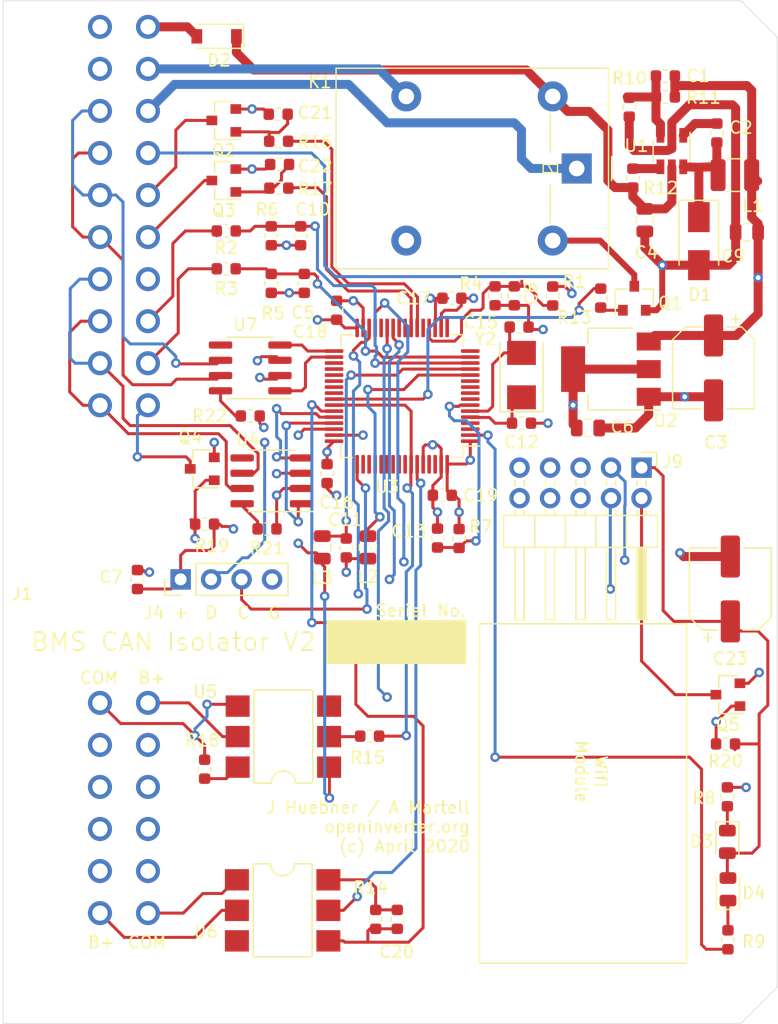
<source format=kicad_pcb>
(kicad_pcb (version 20171130) (host pcbnew "(5.1.5)-3")
  (layers (0 F.Cu signal) (1 In1.Cu power) (2 In2.Cu power) (31 B.Cu signal) (35 F.Paste user) (36 B.SilkS user) (37 F.SilkS user) (38 B.Mask user) (39 F.Mask user) (44 Edge.Cuts user))
  (net 0 "")
  (net 1 "Net-(C1-Pad2)")
  (net 2 +5V)
  (net 3 "Net-(C2-Pad2)")
  (net 4 "Net-(C2-Pad1)")
  (net 5 GND)
  (net 6 +12V)
  (net 7 PA1_Cur+)
  (net 8 +3V3)
  (net 9 PA4_Ignition)
  (net 10 PA0_Cur-)
  (net 11 "Net-(C11-Pad1)")
  (net 12 PD0_OSC_IN)
  (net 13 _RESET)
  (net 14 PD1_OSC_OUT)
  (net 15 PA10_USART1_RX)
  (net 16 "Net-(C20-Pad2)")
  (net 17 "Net-(C21-Pad1)")
  (net 18 "Net-(C22-Pad1)")
  (net 19 "Net-(D3-Pad1)")
  (net 20 "Net-(D4-Pad1)")
  (net 21 SWDCLK)
  (net 22 SWDIO)
  (net 23 PB10_USART3_TX)
  (net 24 PB11_USART3_RX)
  (net 25 "Net-(J9-Pad5)")
  (net 26 "Net-(J9-Pad6)")
  (net 27 "Net-(J9-Pad7)")
  (net 28 "Net-(J9-Pad8)")
  (net 29 "Net-(J9-Pad9)")
  (net 30 "Net-(J9-Pad10)")
  (net 31 VSSA)
  (net 32 PB0_CSENSE_CONTROL)
  (net 33 PB1_WIFI_CONTROL)
  (net 34 PC13_LED)
  (net 35 "Net-(R12-Pad1)")
  (net 36 PA8_OUT_RELAY)
  (net 37 PA9_USART1_TX)
  (net 38 "Net-(R15-Pad1)")
  (net 39 PA6_TIM3_CH1)
  (net 40 PA7_TIM3_CH2)
  (net 41 "Net-(R18-Pad2)")
  (net 42 "Net-(R21-Pad2)")
  (net 43 "Net-(U3-Pad3)")
  (net 44 "Net-(U3-Pad4)")
  (net 45 "Net-(U3-Pad25)")
  (net 46 "Net-(U3-Pad28)")
  (net 47 "Net-(U3-Pad38)")
  (net 48 PB7_USART1_RX)
  (net 49 "Net-(U4-Pad5)")
  (net 50 "Net-(U5-Pad3)")
  (net 51 "Net-(U6-Pad3)")
  (net 52 "Net-(Q1-Pad1)")
  (net 53 "Net-(J9-Pad2)")
  (net 54 CAN2H)
  (net 55 CAN2L)
  (net 56 CAN1H)
  (net 57 CAN1L)
  (net 58 "Net-(R22-Pad2)")
  (net 59 "Net-(U3-Pad62)")
  (net 60 "Net-(U3-Pad61)")
  (net 61 "Net-(U3-Pad57)")
  (net 62 "Net-(U3-Pad56)")
  (net 63 "Net-(U3-Pad55)")
  (net 64 "Net-(U3-Pad54)")
  (net 65 "Net-(U3-Pad53)")
  (net 66 "Net-(U3-Pad52)")
  (net 67 "Net-(U3-Pad51)")
  (net 68 "Net-(U3-Pad50)")
  (net 69 PA12_CAN1_TX)
  (net 70 PA11_CAN1_RX)
  (net 71 "Net-(U3-Pad40)")
  (net 72 "Net-(U3-Pad39)")
  (net 73 "Net-(U3-Pad37)")
  (net 74 "Net-(U3-Pad36)")
  (net 75 "Net-(U3-Pad35)")
  (net 76 PB13_CAN2_TX)
  (net 77 PB12_CAN2_RX)
  (net 78 "Net-(U3-Pad24)")
  (net 79 "Net-(U3-Pad21)")
  (net 80 "Net-(U3-Pad17)")
  (net 81 "Net-(U3-Pad16)")
  (net 82 "Net-(U3-Pad11)")
  (net 83 "Net-(U3-Pad10)")
  (net 84 "Net-(U3-Pad9)")
  (net 85 "Net-(U3-Pad8)")
  (net 86 "Net-(U7-Pad5)")
  (net 87 12V_In)
  (net 88 Relay_Com)
  (net 89 Relay_NO)
  (net 90 Current_2)
  (net 91 Relay_NC)
  (net 92 Current_1)
  (net 93 Current_Sensor_Gnd)
  (net 94 Ignition)
  (net 95 A_OUT_2)
  (net 96 A_OUT_1)
  (net 97 Data_In_Com)
  (net 98 "Net-(J1-PadB11)")
  (net 99 "Net-(J1-PadB10)")
  (net 100 "Net-(J1-PadB9)")
  (net 101 "Net-(J1-PadB8)")
  (net 102 Data_Out_B+)
  (net 103 Data_In_B+)
  (net 104 "Net-(J1-PadB5)")
  (net 105 "Net-(J1-PadB4)")
  (net 106 "Net-(J1-PadB3)")
  (net 107 "Net-(J1-PadB2)")
  (net 108 Data_Out_Com)
  (net 109 "Net-(K1-Pad5)")
  (module Connector_Custom:Cinch_581_01_32_011 (layer F.Cu) (at 100 100 90)
    (fp_text reference J1 (at -6.8 1.6 180) (layer F.SilkS))
    (fp_text value Cinch_5810132011)
    (pad "" np_thru_hole circle (at 0 8.08 90) (size 3.5 3.5) (drill 3.5) (layers *.Cu *.Mask))
    (pad A4 thru_hole circle (at 29.89 12.08 90) (size 2 2) (drill 1.27) (layers *.Cu *.Mask) (net 94 Ignition))
    (pad A1 thru_hole circle (at 40.39 12.08 90) (size 2 2) (drill 1.27) (layers *.Cu *.Mask) (net 87 12V_In))
    (pad A5 thru_hole circle (at 26.39 12.08 90) (size 2 2) (drill 1.27) (layers *.Cu *.Mask) (net 96 A_OUT_1))
    (pad A9 thru_hole circle (at 12.39 12.08 90) (size 2 2) (drill 1.27) (layers *.Cu *.Mask) (net 90 Current_2))
    (pad A2 thru_hole circle (at 36.89 12.08 90) (size 2 2) (drill 1.27) (layers *.Cu *.Mask) (net 89 Relay_NO))
    (pad A6 thru_hole circle (at 22.89 12.08 90) (size 2 2) (drill 1.27) (layers *.Cu *.Mask) (net 95 A_OUT_2))
    (pad A8 thru_hole circle (at 15.89 12.08 90) (size 2 2) (drill 1.27) (layers *.Cu *.Mask) (net 92 Current_1))
    (pad A10 thru_hole circle (at 8.89 12.08 90) (size 2 2) (drill 1.27) (layers *.Cu *.Mask) (net 93 Current_Sensor_Gnd))
    (pad A7 thru_hole circle (at 19.39 12.08 90) (size 2 2) (drill 1.27) (layers *.Cu *.Mask) (net 2 +5V))
    (pad A3 thru_hole circle (at 33.39 12.08 90) (size 2 2) (drill 1.27) (layers *.Cu *.Mask) (net 88 Relay_Com))
    (pad A12 thru_hole circle (at 36.89 8.08 90) (size 2 2) (drill 1.27) (layers *.Cu *.Mask) (net 91 Relay_NC))
    (pad A13 thru_hole circle (at 33.39 8.08 90) (size 2 2) (drill 1.27) (layers *.Cu *.Mask) (net 55 CAN2L))
    (pad A14 thru_hole circle (at 29.89 8.08 90) (size 2 2) (drill 1.27) (layers *.Cu *.Mask) (net 54 CAN2H))
    (pad A15 thru_hole circle (at 26.39 8.08 90) (size 2 2) (drill 1.27) (layers *.Cu *.Mask) (net 55 CAN2L))
    (pad A16 thru_hole circle (at 22.89 8.08 90) (size 2 2) (drill 1.27) (layers *.Cu *.Mask) (net 54 CAN2H))
    (pad A17 thru_hole circle (at 19.39 8.08 90) (size 2 2) (drill 1.27) (layers *.Cu *.Mask) (net 57 CAN1L))
    (pad A18 thru_hole circle (at 15.89 8.08 90) (size 2 2) (drill 1.27) (layers *.Cu *.Mask) (net 56 CAN1H))
    (pad A19 thru_hole circle (at 12.39 8.08 90) (size 2 2) (drill 1.27) (layers *.Cu *.Mask) (net 57 CAN1L))
    (pad A11 thru_hole circle (at 40.39 8.08 90) (size 2 2) (drill 1.27) (layers *.Cu *.Mask) (net 5 GND))
    (pad A20 thru_hole circle (at 8.89 8.08 90) (size 2 2) (drill 1.27) (layers *.Cu *.Mask) (net 56 CAN1H))
    (pad B12 thru_hole circle (at -33.38 8.08 90) (size 2 2) (drill 1.27) (layers *.Cu *.Mask) (net 103 Data_In_B+))
    (pad B11 thru_hole circle (at -29.88 8.08 90) (size 2 2) (drill 1.27) (layers *.Cu *.Mask) (net 98 "Net-(J1-PadB11)"))
    (pad B10 thru_hole circle (at -26.38 8.08 90) (size 2 2) (drill 1.27) (layers *.Cu *.Mask) (net 99 "Net-(J1-PadB10)"))
    (pad B9 thru_hole circle (at -22.88 8.08 90) (size 2 2) (drill 1.27) (layers *.Cu *.Mask) (net 100 "Net-(J1-PadB9)"))
    (pad B8 thru_hole circle (at -19.38 8.08 90) (size 2 2) (drill 1.27) (layers *.Cu *.Mask) (net 101 "Net-(J1-PadB8)"))
    (pad B7 thru_hole circle (at -15.88 8.08 90) (size 2 2) (drill 1.27) (layers *.Cu *.Mask) (net 108 Data_Out_Com))
    (pad B6 thru_hole circle (at -33.38 12.08 90) (size 2 2) (drill 1.27) (layers *.Cu *.Mask) (net 97 Data_In_Com))
    (pad B5 thru_hole circle (at -29.88 12.08 90) (size 2 2) (drill 1.27) (layers *.Cu *.Mask) (net 104 "Net-(J1-PadB5)"))
    (pad B4 thru_hole circle (at -26.38 12.08 90) (size 2 2) (drill 1.27) (layers *.Cu *.Mask) (net 105 "Net-(J1-PadB4)"))
    (pad B3 thru_hole circle (at -22.88 12.08 90) (size 2 2) (drill 1.27) (layers *.Cu *.Mask) (net 106 "Net-(J1-PadB3)"))
    (pad B2 thru_hole circle (at -19.38 12.08 90) (size 2 2) (drill 1.27) (layers *.Cu *.Mask) (net 107 "Net-(J1-PadB2)"))
    (pad B1 thru_hole circle (at -15.88 12.08 90) (size 2 2) (drill 1.27) (layers *.Cu *.Mask) (net 102 Data_Out_B+))
  )
  (module Diode_SMD:D_SOD-123 (layer F.Cu) (at 117.8 60.4 180)
    (fp_text reference D2 (at -0.2 -2) (layer F.SilkS))
    (fp_text value 1N4148)
    (pad 1 smd rect (at -1.65 0 180) (size 0.9 1.2) (layers F.Cu F.Paste F.Mask) (net 6 +12V))
    (pad 2 smd rect (at 1.65 0 180) (size 0.9 1.2) (layers F.Cu F.Paste F.Mask) (net 87 12V_In))
  )
  (module Package_TO_SOT_SMD:SOT-23 (layer F.Cu) (at 118.4 72.4 180)
    (fp_text reference Q3 (at 0 -2.5) (layer F.SilkS))
    (fp_text value S8050)
    (pad 3 smd rect (at 1 0 180) (size 0.9 0.8) (layers F.Cu F.Paste F.Mask) (net 95 A_OUT_2))
    (pad 2 smd rect (at -1 0.95 180) (size 0.9 0.8) (layers F.Cu F.Paste F.Mask) (net 5 GND))
    (pad 1 smd rect (at -1 -0.95 180) (size 0.9 0.8) (layers F.Cu F.Paste F.Mask) (net 18 "Net-(C22-Pad1)"))
  )
  (module Package_TO_SOT_SMD:SOT-23 (layer F.Cu) (at 118.4 67.4 180)
    (fp_text reference Q2 (at 0 -2.5) (layer F.SilkS))
    (fp_text value S8050)
    (pad 3 smd rect (at 1 0 180) (size 0.9 0.8) (layers F.Cu F.Paste F.Mask) (net 96 A_OUT_1))
    (pad 2 smd rect (at -1 0.95 180) (size 0.9 0.8) (layers F.Cu F.Paste F.Mask) (net 5 GND))
    (pad 1 smd rect (at -1 -0.95 180) (size 0.9 0.8) (layers F.Cu F.Paste F.Mask) (net 17 "Net-(C21-Pad1)"))
  )
  (module Package_TO_SOT_SMD:SOT-23 (layer F.Cu) (at 152.6 82.2 90)
    (fp_text reference Q1 (at -0.4 3) (layer F.SilkS))
    (fp_text value S8050)
    (pad 3 smd rect (at 1 0 90) (size 0.9 0.8) (layers F.Cu F.Paste F.Mask) (net 109 "Net-(K1-Pad5)"))
    (pad 2 smd rect (at -1 0.95 90) (size 0.9 0.8) (layers F.Cu F.Paste F.Mask) (net 5 GND))
    (pad 1 smd rect (at -1 -0.95 90) (size 0.9 0.8) (layers F.Cu F.Paste F.Mask) (net 52 "Net-(Q1-Pad1)"))
  )
  (module Capacitor_SMD:CP_Elec_6.3x7.7 (layer F.Cu) (at 159.2 88 270)
    (fp_text reference C3 (at 6.2 -0.2 180) (layer F.SilkS))
    (fp_text value 100uF)
    (pad 2 smd roundrect (at 2.7 0 270) (size 3.5 1.6) (layers F.Cu F.Paste F.Mask) (roundrect_rratio 0.15625) (net 5 GND))
    (pad 1 smd roundrect (at -2.7 0 270) (size 3.5 1.6) (layers F.Cu F.Paste F.Mask) (roundrect_rratio 0.15625) (net 2 +5V))
  )
  (module Package_SO:SOIC-8_3.9x4.9mm_P1.27mm (layer F.Cu) (at 120.6 88 180)
    (fp_text reference U7 (at 0.4 3.6) (layer F.SilkS))
    (fp_text value SN65HVD230)
    (pad 8 smd roundrect (at 2.475 -1.905 180) (size 1.95 0.6) (layers F.Cu F.Paste F.Mask) (net 58 "Net-(R22-Pad2)"))
    (pad 7 smd roundrect (at 2.475 -0.635 180) (size 1.95 0.6) (layers F.Cu F.Paste F.Mask) (net 54 CAN2H))
    (pad 6 smd roundrect (at 2.475 0.635 180) (size 1.95 0.6) (layers F.Cu F.Paste F.Mask) (net 55 CAN2L))
    (pad 5 smd roundrect (at 2.475 1.905 180) (size 1.95 0.6) (layers F.Cu F.Paste F.Mask) (net 86 "Net-(U7-Pad5)"))
    (pad 4 smd roundrect (at -2.475 1.905 180) (size 1.95 0.6) (layers F.Cu F.Paste F.Mask) (net 77 PB12_CAN2_RX))
    (pad 3 smd roundrect (at -2.475 0.635 180) (size 1.95 0.6) (layers F.Cu F.Paste F.Mask) (net 8 +3V3))
    (pad 2 smd roundrect (at -2.475 -0.635 180) (size 1.95 0.6) (layers F.Cu F.Paste F.Mask) (net 5 GND))
    (pad 1 smd roundrect (at -2.475 -1.905 180) (size 1.95 0.6) (layers F.Cu F.Paste F.Mask) (net 76 PB13_CAN2_TX))
  )
  (module Resistor_SMD:R_0603_1608Metric (layer F.Cu) (at 120.6 92 180)
    (fp_text reference R22 (at 3.4 0) (layer F.SilkS))
    (fp_text value 10KΩ)
    (pad 2 smd roundrect (at 0.7875 0 180) (size 0.875 0.95) (layers F.Cu F.Paste F.Mask) (net 58 "Net-(R22-Pad2)"))
    (pad 1 smd roundrect (at -0.7875 0 180) (size 0.875 0.95) (layers F.Cu F.Paste F.Mask) (net 5 GND))
  )
  (module Relay_Custom:Relay_SPDT_Omron-G5LE-1 (layer F.Cu) (at 147.8 71.4 270)
    (fp_text reference K1 (at -7.2 21.4 180) (layer F.SilkS))
    (fp_text value G5LE-1)
    (pad 5 thru_hole oval (at 6 2 270) (size 2.5 2.5) (drill 1.3) (layers *.Cu *.Mask) (net 109 "Net-(K1-Pad5)"))
    (pad 4 thru_hole oval (at 6 14.2 270) (size 2.5 2.5) (drill 1.3) (layers *.Cu *.Mask) (net 91 Relay_NC))
    (pad 3 thru_hole oval (at -6 14.2 270) (size 2.5 2.5) (drill 1.3) (layers *.Cu *.Mask) (net 89 Relay_NO))
    (pad 2 thru_hole oval (at -6 2 270) (size 2.5 2.5) (drill 1.3) (layers *.Cu *.Mask) (net 6 +12V))
    (pad 1 thru_hole rect (at 0 0 270) (size 2.5 2.5) (drill 1.3) (layers *.Cu *.Mask) (net 88 Relay_Com))
  )
  (module Diode_SMD:D_SMA (layer F.Cu) (at 157.977 77.449 270)
    (fp_text reference D1 (at 4.45 -0.1 180) (layer F.SilkS))
    (fp_text value D_Schottky)
    (pad 1 smd rect (at -2 0 270) (size 2.5 1.8) (layers F.Cu F.Paste F.Mask) (net 4 "Net-(C2-Pad1)"))
    (pad 2 smd rect (at 2 0 270) (size 2.5 1.8) (layers F.Cu F.Paste F.Mask) (net 5 GND))
  )
  (module Capacitor_SMD:C_0603_1608Metric (layer F.Cu) (at 155.1895 63.699 180)
    (fp_text reference C1 (at -2.723 0.0105) (layer F.SilkS))
    (fp_text value 33pF)
    (pad 2 smd roundrect (at 0.7875 0 180) (size 0.875 0.95) (layers F.Cu F.Paste F.Mask) (net 1 "Net-(C1-Pad2)"))
    (pad 1 smd roundrect (at -0.7875 0 180) (size 0.875 0.95) (layers F.Cu F.Paste F.Mask) (net 2 +5V))
  )
  (module Capacitor_SMD:C_0603_1608Metric (layer F.Cu) (at 159.477 68.449 90)
    (fp_text reference C2 (at 0.45 2 180) (layer F.SilkS))
    (fp_text value 22nF)
    (pad 2 smd roundrect (at 0.7875 0 90) (size 0.875 0.95) (layers F.Cu F.Paste F.Mask) (net 3 "Net-(C2-Pad2)"))
    (pad 1 smd roundrect (at -0.7875 0 90) (size 0.875 0.95) (layers F.Cu F.Paste F.Mask) (net 4 "Net-(C2-Pad1)"))
  )
  (module Capacitor_SMD:C_0805_2012Metric (layer F.Cu) (at 153.477 75.699 270)
    (fp_text reference C4 (at 2.701 -0.123) (layer F.SilkS))
    (fp_text value 4.7uF)
    (pad 1 smd roundrect (at -0.9375 0 270) (size 0.975 1.4) (layers F.Cu F.Paste F.Mask) (net 6 +12V))
    (pad 2 smd roundrect (at 0.9375 0 270) (size 0.975 1.4) (layers F.Cu F.Paste F.Mask) (net 5 GND))
  )
  (module Capacitor_SMD:C_0805_2012Metric (layer F.Cu) (at 148.7375 93)
    (fp_text reference C6 (at 2.8625 -0.1) (layer F.SilkS))
    (fp_text value 10uF)
    (pad 1 smd roundrect (at -0.9375 0) (size 0.975 1.4) (layers F.Cu F.Paste F.Mask) (net 8 +3V3))
    (pad 2 smd roundrect (at 0.9375 0) (size 0.975 1.4) (layers F.Cu F.Paste F.Mask) (net 5 GND))
  )
  (module Capacitor_SMD:C_0603_1608Metric (layer F.Cu) (at 142.6 82 270)
    (fp_text reference C8 (at -0.2 -1.4 270) (layer F.SilkS))
    (fp_text value 1uF)
    (pad 1 smd roundrect (at -0.7875 0 270) (size 0.875 0.95) (layers F.Cu F.Paste F.Mask) (net 9 PA4_Ignition))
    (pad 2 smd roundrect (at 0.7875 0 270) (size 0.875 0.95) (layers F.Cu F.Paste F.Mask) (net 5 GND))
  )
  (module Capacitor_SMD:C_0805_2012Metric (layer F.Cu) (at 161.977 76.699 180)
    (fp_text reference C9 (at 1.1435 -2) (layer F.SilkS))
    (fp_text value 22uF)
    (pad 2 smd roundrect (at 0.9375 0 180) (size 0.975 1.4) (layers F.Cu F.Paste F.Mask) (net 5 GND))
    (pad 1 smd roundrect (at -0.9375 0 180) (size 0.975 1.4) (layers F.Cu F.Paste F.Mask) (net 2 +5V))
  )
  (module Capacitor_SMD:C_0603_1608Metric (layer F.Cu) (at 122.93 66.882 180)
    (fp_text reference C21 (at -3.07 0.123) (layer F.SilkS))
    (fp_text value 1uF)
    (pad 2 smd roundrect (at 0.7875 0 180) (size 0.875 0.95) (layers F.Cu F.Paste F.Mask) (net 5 GND))
    (pad 1 smd roundrect (at -0.7875 0 180) (size 0.875 0.95) (layers F.Cu F.Paste F.Mask) (net 17 "Net-(C21-Pad1)"))
  )
  (module Capacitor_SMD:C_0603_1608Metric (layer F.Cu) (at 123.0455 71.0645 180)
    (fp_text reference C22 (at -2.9545 -0.1355) (layer F.SilkS))
    (fp_text value 1uF)
    (pad 1 smd roundrect (at -0.7875 0 180) (size 0.875 0.95) (layers F.Cu F.Paste F.Mask) (net 18 "Net-(C22-Pad1)"))
    (pad 2 smd roundrect (at 0.7875 0 180) (size 0.875 0.95) (layers F.Cu F.Paste F.Mask) (net 5 GND))
  )
  (module Inductor_SMD:L_1210_3225Metric (layer F.Cu) (at 160.977 71.949)
    (fp_text reference L1 (at 1.5 2.55) (layer F.SilkS))
    (fp_text value 3.3uH)
    (pad 1 smd roundrect (at -1.4 0) (size 1.25 2.65) (layers F.Cu F.Paste F.Mask) (roundrect_rratio 0.2) (net 4 "Net-(C2-Pad1)"))
    (pad 2 smd roundrect (at 1.4 0) (size 1.25 2.65) (layers F.Cu F.Paste F.Mask) (roundrect_rratio 0.2) (net 2 +5V))
  )
  (module Resistor_SMD:R_0603_1608Metric (layer F.Cu) (at 145.8 82.0125 270)
    (fp_text reference R1 (at -1.2125 -1.8 180) (layer F.SilkS))
    (fp_text value 10KΩ)
    (pad 2 smd roundrect (at 0.7875 0 270) (size 0.875 0.95) (layers F.Cu F.Paste F.Mask) (net 9 PA4_Ignition))
    (pad 1 smd roundrect (at -0.7875 0 270) (size 0.875 0.95) (layers F.Cu F.Paste F.Mask) (net 94 Ignition))
  )
  (module Resistor_SMD:R_0603_1608Metric (layer F.Cu) (at 141 82 90)
    (fp_text reference R4 (at 1.002 -2.023 180) (layer F.SilkS))
    (fp_text value 15KΩ)
    (pad 1 smd roundrect (at -0.7875 0 90) (size 0.875 0.95) (layers F.Cu F.Paste F.Mask) (net 5 GND))
    (pad 2 smd roundrect (at 0.7875 0 90) (size 0.875 0.95) (layers F.Cu F.Paste F.Mask) (net 9 PA4_Ignition))
  )
  (module Resistor_SMD:R_0603_1608Metric (layer F.Cu) (at 152.177 66.299 270)
    (fp_text reference R10 (at -2.42 -0.023 180) (layer F.SilkS))
    (fp_text value 9.53KΩ)
    (pad 2 smd roundrect (at 0.7875 0 270) (size 0.875 0.95) (layers F.Cu F.Paste F.Mask) (net 5 GND))
    (pad 1 smd roundrect (at -0.7875 0 270) (size 0.875 0.95) (layers F.Cu F.Paste F.Mask) (net 1 "Net-(C1-Pad2)"))
  )
  (module Resistor_SMD:R_0603_1608Metric (layer F.Cu) (at 155.1895 65.449 180)
    (fp_text reference R11 (at -3.1675 -0.05) (layer F.SilkS))
    (fp_text value 49.9KΩ)
    (pad 1 smd roundrect (at -0.7875 0 180) (size 0.875 0.95) (layers F.Cu F.Paste F.Mask) (net 2 +5V))
    (pad 2 smd roundrect (at 0.7875 0 180) (size 0.875 0.95) (layers F.Cu F.Paste F.Mask) (net 1 "Net-(C1-Pad2)"))
  )
  (module Resistor_SMD:R_0603_1608Metric (layer F.Cu) (at 152.477 72.199 270)
    (fp_text reference R12 (at 0.824 -2.324 180) (layer F.SilkS))
    (fp_text value 100KΩ)
    (pad 2 smd roundrect (at 0.7875 0 270) (size 0.875 0.95) (layers F.Cu F.Paste F.Mask) (net 6 +12V))
    (pad 1 smd roundrect (at -0.7875 0 270) (size 0.875 0.95) (layers F.Cu F.Paste F.Mask) (net 35 "Net-(R12-Pad1)"))
  )
  (module Resistor_SMD:R_0603_1608Metric (layer F.Cu) (at 149.8 82.1875 270)
    (fp_text reference R13 (at 1.6125 2.2 180) (layer F.SilkS))
    (fp_text value 10KΩ)
    (pad 2 smd roundrect (at 0.7875 0 270) (size 0.875 0.95) (layers F.Cu F.Paste F.Mask) (net 52 "Net-(Q1-Pad1)"))
    (pad 1 smd roundrect (at -0.7875 0 270) (size 0.875 0.95) (layers F.Cu F.Paste F.Mask) (net 36 PA8_OUT_RELAY))
  )
  (module Resistor_SMD:R_0603_1608Metric (layer F.Cu) (at 122.9675 69.132 180)
    (fp_text reference R16 (at -3.0325 -0.068) (layer F.SilkS))
    (fp_text value 10KΩ)
    (pad 1 smd roundrect (at -0.7875 0 180) (size 0.875 0.95) (layers F.Cu F.Paste F.Mask) (net 39 PA6_TIM3_CH1))
    (pad 2 smd roundrect (at 0.7875 0 180) (size 0.875 0.95) (layers F.Cu F.Paste F.Mask) (net 17 "Net-(C21-Pad1)"))
  )
  (module Resistor_SMD:R_0603_1608Metric (layer F.Cu) (at 122.982 73.033 180)
    (fp_text reference R17 (at -3.018 -0.0635 180) (layer F.SilkS))
    (fp_text value 10KΩ)
    (pad 2 smd roundrect (at 0.7875 0 180) (size 0.875 0.95) (layers F.Cu F.Paste F.Mask) (net 18 "Net-(C22-Pad1)"))
    (pad 1 smd roundrect (at -0.7875 0 180) (size 0.875 0.95) (layers F.Cu F.Paste F.Mask) (net 40 PA7_TIM3_CH2))
  )
  (module Resistor_SMD:R_0603_1608Metric (layer F.Cu) (at 122 101.4 180)
    (fp_text reference R21 (at 0 -1.6) (layer F.SilkS))
    (fp_text value 10KΩ)
    (pad 1 smd roundrect (at -0.7875 0 180) (size 0.875 0.95) (layers F.Cu F.Paste F.Mask) (net 5 GND))
    (pad 2 smd roundrect (at 0.7875 0 180) (size 0.875 0.95) (layers F.Cu F.Paste F.Mask) (net 42 "Net-(R21-Pad2)"))
  )
  (module Package_TO_SOT_SMD:TSOT-23-6 (layer F.Cu) (at 155.727 69.949 270)
    (fp_text reference U1 (at -0.45 2.95 180) (layer F.SilkS))
    (fp_text value MP2359)
    (pad 1 smd rect (at -1.31 -0.95 270) (size 1.22 0.65) (layers F.Cu F.Paste F.Mask) (net 3 "Net-(C2-Pad2)"))
    (pad 2 smd rect (at -1.31 0 270) (size 1.22 0.65) (layers F.Cu F.Paste F.Mask) (net 5 GND))
    (pad 3 smd rect (at -1.31 0.95 270) (size 1.22 0.65) (layers F.Cu F.Paste F.Mask) (net 1 "Net-(C1-Pad2)"))
    (pad 4 smd rect (at 1.31 0.95 270) (size 1.22 0.65) (layers F.Cu F.Paste F.Mask) (net 35 "Net-(R12-Pad1)"))
    (pad 5 smd rect (at 1.31 0 270) (size 1.22 0.65) (layers F.Cu F.Paste F.Mask) (net 6 +12V))
    (pad 6 smd rect (at 1.31 -0.95 270) (size 1.22 0.65) (layers F.Cu F.Paste F.Mask) (net 4 "Net-(C2-Pad1)"))
  )
  (module Package_TO_SOT_SMD:SOT-223-3_TabPin2 (layer F.Cu) (at 150.65 88.1 180)
    (fp_text reference U2 (at -4.55 -4.3 180) (layer F.SilkS))
    (fp_text value LD1117S33TR_SOT223)
    (pad 2 smd rect (at 3.15 0 180) (size 2 3.8) (layers F.Cu F.Paste F.Mask) (net 8 +3V3))
    (pad 2 smd rect (at -3.15 0 180) (size 2 1.5) (layers F.Cu F.Paste F.Mask) (net 8 +3V3))
    (pad 3 smd rect (at -3.15 2.3 180) (size 2 1.5) (layers F.Cu F.Paste F.Mask) (net 2 +5V))
    (pad 1 smd rect (at -3.15 -2.3 180) (size 2 1.5) (layers F.Cu F.Paste F.Mask) (net 5 GND))
  )
  (module Package_SO:SOIC-8_3.9x4.9mm_P1.27mm (layer F.Cu) (at 122.4 97.4 180)
    (fp_text reference U4 (at 2 3.4) (layer F.SilkS))
    (fp_text value SN65HVD230)
    (pad 1 smd roundrect (at -2.475 -1.905 180) (size 1.95 0.6) (layers F.Cu F.Paste F.Mask) (net 69 PA12_CAN1_TX))
    (pad 2 smd roundrect (at -2.475 -0.635 180) (size 1.95 0.6) (layers F.Cu F.Paste F.Mask) (net 5 GND))
    (pad 3 smd roundrect (at -2.475 0.635 180) (size 1.95 0.6) (layers F.Cu F.Paste F.Mask) (net 8 +3V3))
    (pad 4 smd roundrect (at -2.475 1.905 180) (size 1.95 0.6) (layers F.Cu F.Paste F.Mask) (net 70 PA11_CAN1_RX))
    (pad 5 smd roundrect (at 2.475 1.905 180) (size 1.95 0.6) (layers F.Cu F.Paste F.Mask) (net 49 "Net-(U4-Pad5)"))
    (pad 6 smd roundrect (at 2.475 0.635 180) (size 1.95 0.6) (layers F.Cu F.Paste F.Mask) (net 57 CAN1L))
    (pad 7 smd roundrect (at 2.475 -0.635 180) (size 1.95 0.6) (layers F.Cu F.Paste F.Mask) (net 56 CAN1H))
    (pad 8 smd roundrect (at 2.475 -1.905 180) (size 1.95 0.6) (layers F.Cu F.Paste F.Mask) (net 42 "Net-(R21-Pad2)"))
  )
  (module Package_QFP:LQFP-64_10x10mm_P0.5mm (layer F.Cu) (at 133.2565 90.346 180)
    (fp_text reference U3 (at 1.2565 -7.5565) (layer F.SilkS))
    (fp_text value STM32F105RBTx)
    (pad 64 smd roundrect (at -3.75 -5.675 180) (size 0.3 1.55) (layers F.Cu F.Paste F.Mask) (net 8 +3V3))
    (pad 63 smd roundrect (at -3.25 -5.675 180) (size 0.3 1.55) (layers F.Cu F.Paste F.Mask) (net 5 GND))
    (pad 62 smd roundrect (at -2.75 -5.675 180) (size 0.3 1.55) (layers F.Cu F.Paste F.Mask) (net 59 "Net-(U3-Pad62)"))
    (pad 61 smd roundrect (at -2.25 -5.675 180) (size 0.3 1.55) (layers F.Cu F.Paste F.Mask) (net 60 "Net-(U3-Pad61)"))
    (pad 60 smd roundrect (at -1.75 -5.675 180) (size 0.3 1.55) (layers F.Cu F.Paste F.Mask) (net 5 GND))
    (pad 59 smd roundrect (at -1.25 -5.675 180) (size 0.3 1.55) (layers F.Cu F.Paste F.Mask) (net 48 PB7_USART1_RX))
    (pad 58 smd roundrect (at -0.75 -5.675 180) (size 0.3 1.55) (layers F.Cu F.Paste F.Mask) (net 37 PA9_USART1_TX))
    (pad 57 smd roundrect (at -0.25 -5.675 180) (size 0.3 1.55) (layers F.Cu F.Paste F.Mask) (net 61 "Net-(U3-Pad57)"))
    (pad 56 smd roundrect (at 0.25 -5.675 180) (size 0.3 1.55) (layers F.Cu F.Paste F.Mask) (net 62 "Net-(U3-Pad56)"))
    (pad 55 smd roundrect (at 0.75 -5.675 180) (size 0.3 1.55) (layers F.Cu F.Paste F.Mask) (net 63 "Net-(U3-Pad55)"))
    (pad 54 smd roundrect (at 1.25 -5.675 180) (size 0.3 1.55) (layers F.Cu F.Paste F.Mask) (net 64 "Net-(U3-Pad54)"))
    (pad 53 smd roundrect (at 1.75 -5.675 180) (size 0.3 1.55) (layers F.Cu F.Paste F.Mask) (net 65 "Net-(U3-Pad53)"))
    (pad 52 smd roundrect (at 2.25 -5.675 180) (size 0.3 1.55) (layers F.Cu F.Paste F.Mask) (net 66 "Net-(U3-Pad52)"))
    (pad 51 smd roundrect (at 2.75 -5.675 180) (size 0.3 1.55) (layers F.Cu F.Paste F.Mask) (net 67 "Net-(U3-Pad51)"))
    (pad 50 smd roundrect (at 3.25 -5.675 180) (size 0.3 1.55) (layers F.Cu F.Paste F.Mask) (net 68 "Net-(U3-Pad50)"))
    (pad 49 smd roundrect (at 3.75 -5.675 180) (size 0.3 1.55) (layers F.Cu F.Paste F.Mask) (net 21 SWDCLK))
    (pad 48 smd roundrect (at 5.675 -3.75 180) (size 1.55 0.3) (layers F.Cu F.Paste F.Mask) (net 8 +3V3))
    (pad 47 smd roundrect (at 5.675 -3.25 180) (size 1.55 0.3) (layers F.Cu F.Paste F.Mask) (net 5 GND))
    (pad 46 smd roundrect (at 5.675 -2.75 180) (size 1.55 0.3) (layers F.Cu F.Paste F.Mask) (net 22 SWDIO))
    (pad 45 smd roundrect (at 5.675 -2.25 180) (size 1.55 0.3) (layers F.Cu F.Paste F.Mask) (net 69 PA12_CAN1_TX))
    (pad 44 smd roundrect (at 5.675 -1.75 180) (size 1.55 0.3) (layers F.Cu F.Paste F.Mask) (net 70 PA11_CAN1_RX))
    (pad 43 smd roundrect (at 5.675 -1.25 180) (size 1.55 0.3) (layers F.Cu F.Paste F.Mask) (net 15 PA10_USART1_RX))
    (pad 42 smd roundrect (at 5.675 -0.75 180) (size 1.55 0.3) (layers F.Cu F.Paste F.Mask) (net 37 PA9_USART1_TX))
    (pad 41 smd roundrect (at 5.675 -0.25 180) (size 1.55 0.3) (layers F.Cu F.Paste F.Mask) (net 36 PA8_OUT_RELAY))
    (pad 40 smd roundrect (at 5.675 0.25 180) (size 1.55 0.3) (layers F.Cu F.Paste F.Mask) (net 71 "Net-(U3-Pad40)"))
    (pad 39 smd roundrect (at 5.675 0.75 180) (size 1.55 0.3) (layers F.Cu F.Paste F.Mask) (net 72 "Net-(U3-Pad39)"))
    (pad 38 smd roundrect (at 5.675 1.25 180) (size 1.55 0.3) (layers F.Cu F.Paste F.Mask) (net 47 "Net-(U3-Pad38)"))
    (pad 37 smd roundrect (at 5.675 1.75 180) (size 1.55 0.3) (layers F.Cu F.Paste F.Mask) (net 73 "Net-(U3-Pad37)"))
    (pad 36 smd roundrect (at 5.675 2.25 180) (size 1.55 0.3) (layers F.Cu F.Paste F.Mask) (net 74 "Net-(U3-Pad36)"))
    (pad 35 smd roundrect (at 5.675 2.75 180) (size 1.55 0.3) (layers F.Cu F.Paste F.Mask) (net 75 "Net-(U3-Pad35)"))
    (pad 34 smd roundrect (at 5.675 3.25 180) (size 1.55 0.3) (layers F.Cu F.Paste F.Mask) (net 76 PB13_CAN2_TX))
    (pad 33 smd roundrect (at 5.675 3.75 180) (size 1.55 0.3) (layers F.Cu F.Paste F.Mask) (net 77 PB12_CAN2_RX))
    (pad 32 smd roundrect (at 3.75 5.675 180) (size 0.3 1.55) (layers F.Cu F.Paste F.Mask) (net 8 +3V3))
    (pad 31 smd roundrect (at 3.25 5.675 180) (size 0.3 1.55) (layers F.Cu F.Paste F.Mask) (net 5 GND))
    (pad 30 smd roundrect (at 2.75 5.675 180) (size 0.3 1.55) (layers F.Cu F.Paste F.Mask) (net 24 PB11_USART3_RX))
    (pad 29 smd roundrect (at 2.25 5.675 180) (size 0.3 1.55) (layers F.Cu F.Paste F.Mask) (net 23 PB10_USART3_TX))
    (pad 28 smd roundrect (at 1.75 5.675 180) (size 0.3 1.55) (layers F.Cu F.Paste F.Mask) (net 46 "Net-(U3-Pad28)"))
    (pad 27 smd roundrect (at 1.25 5.675 180) (size 0.3 1.55) (layers F.Cu F.Paste F.Mask) (net 33 PB1_WIFI_CONTROL))
    (pad 26 smd roundrect (at 0.75 5.675 180) (size 0.3 1.55) (layers F.Cu F.Paste F.Mask) (net 32 PB0_CSENSE_CONTROL))
    (pad 25 smd roundrect (at 0.25 5.675 180) (size 0.3 1.55) (layers F.Cu F.Paste F.Mask) (net 45 "Net-(U3-Pad25)"))
    (pad 24 smd roundrect (at -0.25 5.675 180) (size 0.3 1.55) (layers F.Cu F.Paste F.Mask) (net 78 "Net-(U3-Pad24)"))
    (pad 23 smd roundrect (at -0.75 5.675 180) (size 0.3 1.55) (layers F.Cu F.Paste F.Mask) (net 40 PA7_TIM3_CH2))
    (pad 22 smd roundrect (at -1.25 5.675 180) (size 0.3 1.55) (layers F.Cu F.Paste F.Mask) (net 39 PA6_TIM3_CH1))
    (pad 21 smd roundrect (at -1.75 5.675 180) (size 0.3 1.55) (layers F.Cu F.Paste F.Mask) (net 79 "Net-(U3-Pad21)"))
    (pad 20 smd roundrect (at -2.25 5.675 180) (size 0.3 1.55) (layers F.Cu F.Paste F.Mask) (net 9 PA4_Ignition))
    (pad 19 smd roundrect (at -2.75 5.675 180) (size 0.3 1.55) (layers F.Cu F.Paste F.Mask) (net 8 +3V3))
    (pad 18 smd roundrect (at -3.25 5.675 180) (size 0.3 1.55) (layers F.Cu F.Paste F.Mask) (net 5 GND))
    (pad 17 smd roundrect (at -3.75 5.675 180) (size 0.3 1.55) (layers F.Cu F.Paste F.Mask) (net 80 "Net-(U3-Pad17)"))
    (pad 16 smd roundrect (at -5.675 3.75 180) (size 1.55 0.3) (layers F.Cu F.Paste F.Mask) (net 81 "Net-(U3-Pad16)"))
    (pad 15 smd roundrect (at -5.675 3.25 180) (size 1.55 0.3) (layers F.Cu F.Paste F.Mask) (net 7 PA1_Cur+))
    (pad 14 smd roundrect (at -5.675 2.75 180) (size 1.55 0.3) (layers F.Cu F.Paste F.Mask) (net 10 PA0_Cur-))
    (pad 13 smd roundrect (at -5.675 2.25 180) (size 1.55 0.3) (layers F.Cu F.Paste F.Mask) (net 11 "Net-(C11-Pad1)"))
    (pad 12 smd roundrect (at -5.675 1.75 180) (size 1.55 0.3) (layers F.Cu F.Paste F.Mask) (net 31 VSSA))
    (pad 11 smd roundrect (at -5.675 1.25 180) (size 1.55 0.3) (layers F.Cu F.Paste F.Mask) (net 82 "Net-(U3-Pad11)"))
    (pad 10 smd roundrect (at -5.675 0.75 180) (size 1.55 0.3) (layers F.Cu F.Paste F.Mask) (net 83 "Net-(U3-Pad10)"))
    (pad 9 smd roundrect (at -5.675 0.25 180) (size 1.55 0.3) (layers F.Cu F.Paste F.Mask) (net 84 "Net-(U3-Pad9)"))
    (pad 8 smd roundrect (at -5.675 -0.25 180) (size 1.55 0.3) (layers F.Cu F.Paste F.Mask) (net 85 "Net-(U3-Pad8)"))
    (pad 7 smd roundrect (at -5.675 -0.75 180) (size 1.55 0.3) (layers F.Cu F.Paste F.Mask) (net 13 _RESET))
    (pad 6 smd roundrect (at -5.675 -1.25 180) (size 1.55 0.3) (layers F.Cu F.Paste F.Mask) (net 14 PD1_OSC_OUT))
    (pad 5 smd roundrect (at -5.675 -1.75 180) (size 1.55 0.3) (layers F.Cu F.Paste F.Mask) (net 12 PD0_OSC_IN))
    (pad 4 smd roundrect (at -5.675 -2.25 180) (size 1.55 0.3) (layers F.Cu F.Paste F.Mask) (net 44 "Net-(U3-Pad4)"))
    (pad 3 smd roundrect (at -5.675 -2.75 180) (size 1.55 0.3) (layers F.Cu F.Paste F.Mask) (net 43 "Net-(U3-Pad3)"))
    (pad 2 smd roundrect (at -5.675 -3.25 180) (size 1.55 0.3) (layers F.Cu F.Paste F.Mask) (net 34 PC13_LED))
    (pad 1 smd roundrect (at -5.675 -3.75 180) (size 1.55 0.3) (layers F.Cu F.Paste F.Mask) (net 8 +3V3))
  )
  (module Package_DIP:SMDIP-6_W7.62mm (layer F.Cu) (at 123.3 133.15)
    (fp_text reference U6 (at -6.4 1.8) (layer F.SilkS))
    (fp_text value 4N35S)
    (pad 6 smd rect (at 3.81 -2.54) (size 2 1.78) (layers F.Cu F.Paste F.Mask) (net 16 "Net-(C20-Pad2)"))
    (pad 3 smd rect (at -3.81 2.54) (size 2 1.78) (layers F.Cu F.Paste F.Mask) (net 51 "Net-(U6-Pad3)"))
    (pad 5 smd rect (at 3.81 0) (size 2 1.78) (layers F.Cu F.Paste F.Mask) (net 48 PB7_USART1_RX))
    (pad 2 smd rect (at -3.81 0) (size 2 1.78) (layers F.Cu F.Paste F.Mask) (net 103 Data_In_B+))
    (pad 4 smd rect (at 3.81 2.54) (size 2 1.78) (layers F.Cu F.Paste F.Mask) (net 15 PA10_USART1_RX))
    (pad 1 smd rect (at -3.81 -2.54) (size 2 1.78) (layers F.Cu F.Paste F.Mask) (net 97 Data_In_Com))
  )
  (module Package_DIP:SMDIP-6_W7.62mm (layer F.Cu) (at 123.36 118.69 180)
    (fp_text reference U5 (at 6.51 3.734) (layer F.SilkS))
    (fp_text value 4N35S)
    (pad 6 smd rect (at 3.81 -2.54 180) (size 2 1.78) (layers F.Cu F.Paste F.Mask) (net 41 "Net-(R18-Pad2)"))
    (pad 3 smd rect (at -3.81 2.54 180) (size 2 1.78) (layers F.Cu F.Paste F.Mask) (net 50 "Net-(U5-Pad3)"))
    (pad 5 smd rect (at 3.81 0 180) (size 2 1.78) (layers F.Cu F.Paste F.Mask) (net 102 Data_Out_B+))
    (pad 2 smd rect (at -3.81 0 180) (size 2 1.78) (layers F.Cu F.Paste F.Mask) (net 38 "Net-(R15-Pad1)"))
    (pad 4 smd rect (at 3.81 2.54 180) (size 2 1.78) (layers F.Cu F.Paste F.Mask) (net 108 Data_Out_Com))
    (pad 1 smd rect (at -3.81 -2.54 180) (size 2 1.78) (layers F.Cu F.Paste F.Mask) (net 8 +3V3))
  )
  (module Capacitor_SMD:C_0603_1608Metric (layer F.Cu) (at 125.1 80.9625 270)
    (fp_text reference C5 (at 2.4375 0.1 180) (layer F.SilkS))
    (fp_text value 1nF)
    (pad 2 smd roundrect (at 0.7875 0 270) (size 0.875 0.95) (layers F.Cu F.Paste F.Mask) (net 5 GND))
    (pad 1 smd roundrect (at -0.7875 0 270) (size 0.875 0.95) (layers F.Cu F.Paste F.Mask) (net 7 PA1_Cur+))
  )
  (module Capacitor_SMD:C_0603_1608Metric (layer F.Cu) (at 111.2 105.6125 90)
    (fp_text reference C7 (at 0.2125 -2.2 180) (layer F.SilkS))
    (fp_text value 100nF)
    (pad 1 smd roundrect (at -0.7875 0 90) (size 0.875 0.95) (layers F.Cu F.Paste F.Mask) (net 8 +3V3))
    (pad 2 smd roundrect (at 0.7875 0 90) (size 0.875 0.95) (layers F.Cu F.Paste F.Mask) (net 5 GND))
  )
  (module Capacitor_SMD:C_0603_1608Metric (layer F.Cu) (at 124.8 77 270)
    (fp_text reference C10 (at -2.2 -1 180) (layer F.SilkS))
    (fp_text value 1nF)
    (pad 1 smd roundrect (at -0.7875 0 270) (size 0.875 0.95) (layers F.Cu F.Paste F.Mask) (net 10 PA0_Cur-))
    (pad 2 smd roundrect (at 0.7875 0 270) (size 0.875 0.95) (layers F.Cu F.Paste F.Mask) (net 5 GND))
  )
  (module Capacitor_SMD:C_0603_1608Metric (layer F.Cu) (at 128.6 102.9875 270)
    (fp_text reference C11 (at -2.3535 0.079) (layer F.SilkS))
    (fp_text value 100nF)
    (pad 1 smd roundrect (at -0.7875 0 270) (size 0.875 0.95) (layers F.Cu F.Paste F.Mask) (net 11 "Net-(C11-Pad1)"))
    (pad 2 smd roundrect (at 0.7875 0 270) (size 0.875 0.95) (layers F.Cu F.Paste F.Mask) (net 5 GND))
  )
  (module Capacitor_SMD:C_0603_1608Metric (layer F.Cu) (at 143.2 92.6)
    (fp_text reference C12 (at 0.004 1.5665) (layer F.SilkS))
    (fp_text value 20pF)
    (pad 2 smd roundrect (at 0.7875 0) (size 0.875 0.95) (layers F.Cu F.Paste F.Mask) (net 5 GND))
    (pad 1 smd roundrect (at -0.7875 0) (size 0.875 0.95) (layers F.Cu F.Paste F.Mask) (net 12 PD0_OSC_IN))
  )
  (module Capacitor_SMD:C_0603_1608Metric (layer F.Cu) (at 136.2005 102.1595 90)
    (fp_text reference C13 (at 0.5595 -2.4005 180) (layer F.SilkS))
    (fp_text value 100nF)
    (pad 1 smd roundrect (at -0.7875 0 90) (size 0.875 0.95) (layers F.Cu F.Paste F.Mask) (net 13 _RESET))
    (pad 2 smd roundrect (at 0.7875 0 90) (size 0.875 0.95) (layers F.Cu F.Paste F.Mask) (net 5 GND))
  )
  (module Capacitor_SMD:C_0603_1608Metric (layer F.Cu) (at 143 84.6)
    (fp_text reference C15 (at -3.2 -0.4) (layer F.SilkS))
    (fp_text value 20pF)
    (pad 1 smd roundrect (at -0.7875 0) (size 0.875 0.95) (layers F.Cu F.Paste F.Mask) (net 14 PD1_OSC_OUT))
    (pad 2 smd roundrect (at 0.7875 0) (size 0.875 0.95) (layers F.Cu F.Paste F.Mask) (net 5 GND))
  )
  (module Capacitor_SMD:C_0603_1608Metric (layer F.Cu) (at 127 96.8 270)
    (fp_text reference C16 (at 2.4 -0.8 180) (layer F.SilkS))
    (fp_text value 100nF)
    (pad 2 smd roundrect (at 0.7875 0 270) (size 0.875 0.95) (layers F.Cu F.Paste F.Mask) (net 5 GND))
    (pad 1 smd roundrect (at -0.7875 0 270) (size 0.875 0.95) (layers F.Cu F.Paste F.Mask) (net 8 +3V3))
  )
  (module Capacitor_SMD:C_0603_1608Metric (layer F.Cu) (at 137.4 82.2)
    (fp_text reference C17 (at -3.2 0) (layer F.SilkS))
    (fp_text value 100nF)
    (pad 2 smd roundrect (at 0.7875 0) (size 0.875 0.95) (layers F.Cu F.Paste F.Mask) (net 5 GND))
    (pad 1 smd roundrect (at -0.7875 0) (size 0.875 0.95) (layers F.Cu F.Paste F.Mask) (net 8 +3V3))
  )
  (module Capacitor_SMD:C_0603_1608Metric (layer F.Cu) (at 127.8 83.2 90)
    (fp_text reference C18 (at -1.8 -2.2 180) (layer F.SilkS))
    (fp_text value 100nF)
    (pad 2 smd roundrect (at 0.7875 0 90) (size 0.875 0.95) (layers F.Cu F.Paste F.Mask) (net 5 GND))
    (pad 1 smd roundrect (at -0.7875 0 90) (size 0.875 0.95) (layers F.Cu F.Paste F.Mask) (net 8 +3V3))
  )
  (module Capacitor_SMD:C_0603_1608Metric (layer F.Cu) (at 136.6 98.6 180)
    (fp_text reference C19 (at -3.2 0) (layer F.SilkS))
    (fp_text value 100nF)
    (pad 1 smd roundrect (at -0.7875 0 180) (size 0.875 0.95) (layers F.Cu F.Paste F.Mask) (net 8 +3V3))
    (pad 2 smd roundrect (at 0.7875 0 180) (size 0.875 0.95) (layers F.Cu F.Paste F.Mask) (net 5 GND))
  )
  (module Capacitor_SMD:C_0603_1608Metric (layer F.Cu) (at 132.852 133.9 90)
    (fp_text reference C20 (at -2.7 -0.052 180) (layer F.SilkS))
    (fp_text value 20pF)
    (pad 1 smd roundrect (at -0.7875 0 90) (size 0.875 0.95) (layers F.Cu F.Paste F.Mask) (net 15 PA10_USART1_RX))
    (pad 2 smd roundrect (at 0.7875 0 90) (size 0.875 0.95) (layers F.Cu F.Paste F.Mask) (net 16 "Net-(C20-Pad2)"))
  )
  (module Capacitor_SMD:CP_Elec_6.3x7.7 (layer F.Cu) (at 160.6 106.4 90)
    (fp_text reference C23 (at -5.8 0 180) (layer F.SilkS))
    (fp_text value 100uF)
    (pad 1 smd roundrect (at -2.7 0 90) (size 3.5 1.6) (layers F.Cu F.Paste F.Mask) (roundrect_rratio 0.15625) (net 8 +3V3))
    (pad 2 smd roundrect (at 2.7 0 90) (size 3.5 1.6) (layers F.Cu F.Paste F.Mask) (roundrect_rratio 0.15625) (net 5 GND))
  )
  (module LED_SMD:LED_0805_2012Metric (layer F.Cu) (at 160.35 127.45 270)
    (fp_text reference D3 (at -0.05 2.15 180) (layer F.SilkS))
    (fp_text value LED)
    (pad 1 smd roundrect (at -0.9375 0 270) (size 0.975 1.4) (layers F.Cu F.Paste F.Mask) (net 19 "Net-(D3-Pad1)"))
    (pad 2 smd roundrect (at 0.9375 0 270) (size 0.975 1.4) (layers F.Cu F.Paste F.Mask) (net 8 +3V3))
  )
  (module LED_SMD:LED_0805_2012Metric (layer F.Cu) (at 160.4 131.4 90)
    (fp_text reference D4 (at -0.3 2.15 180) (layer F.SilkS))
    (fp_text value LED)
    (pad 2 smd roundrect (at 0.9375 0 90) (size 0.975 1.4) (layers F.Cu F.Paste F.Mask) (net 8 +3V3))
    (pad 1 smd roundrect (at -0.9375 0 90) (size 0.975 1.4) (layers F.Cu F.Paste F.Mask) (net 20 "Net-(D4-Pad1)"))
  )
  (module Connector_PinHeader_2.54mm:PinHeader_1x04_P2.54mm_Vertical (layer F.Cu) (at 114.8 105.6 90)
    (fp_text reference J4 (at -2.8 -2.2 180) (layer F.SilkS))
    (fp_text value Conn_01x04)
    (pad 4 thru_hole oval (at 0 7.62 90) (size 1.7 1.7) (drill 1) (layers *.Cu *.Mask) (net 5 GND))
    (pad 3 thru_hole oval (at 0 5.08 90) (size 1.7 1.7) (drill 1) (layers *.Cu *.Mask) (net 21 SWDCLK))
    (pad 2 thru_hole oval (at 0 2.54 90) (size 1.7 1.7) (drill 1) (layers *.Cu *.Mask) (net 22 SWDIO))
    (pad 1 thru_hole rect (at 0 0 90) (size 1.7 1.7) (drill 1) (layers *.Cu *.Mask) (net 8 +3V3))
  )
  (module Connector_PinHeader_2.54mm:PinHeader_2x05_P2.54mm_Horizontal (layer F.Cu) (at 153.2 96.3 270)
    (fp_text reference J9 (at -0.5 -2.6 180) (layer F.SilkS))
    (fp_text value Conn_02x05_Odd_Even)
    (pad 1 thru_hole rect (at 0 0 270) (size 1.7 1.7) (drill 1) (layers *.Cu *.Mask) (net 8 +3V3))
    (pad 2 thru_hole oval (at 2.54 0 270) (size 1.7 1.7) (drill 1) (layers *.Cu *.Mask) (net 53 "Net-(J9-Pad2)"))
    (pad 3 thru_hole oval (at 0 2.54 270) (size 1.7 1.7) (drill 1) (layers *.Cu *.Mask) (net 23 PB10_USART3_TX))
    (pad 4 thru_hole oval (at 2.54 2.54 270) (size 1.7 1.7) (drill 1) (layers *.Cu *.Mask) (net 24 PB11_USART3_RX))
    (pad 5 thru_hole oval (at 0 5.08 270) (size 1.7 1.7) (drill 1) (layers *.Cu *.Mask) (net 25 "Net-(J9-Pad5)"))
    (pad 6 thru_hole oval (at 2.54 5.08 270) (size 1.7 1.7) (drill 1) (layers *.Cu *.Mask) (net 26 "Net-(J9-Pad6)"))
    (pad 7 thru_hole oval (at 0 7.62 270) (size 1.7 1.7) (drill 1) (layers *.Cu *.Mask) (net 27 "Net-(J9-Pad7)"))
    (pad 8 thru_hole oval (at 2.54 7.62 270) (size 1.7 1.7) (drill 1) (layers *.Cu *.Mask) (net 28 "Net-(J9-Pad8)"))
    (pad 9 thru_hole oval (at 0 10.16 270) (size 1.7 1.7) (drill 1) (layers *.Cu *.Mask) (net 29 "Net-(J9-Pad9)"))
    (pad 10 thru_hole oval (at 2.54 10.16 270) (size 1.7 1.7) (drill 1) (layers *.Cu *.Mask) (net 30 "Net-(J9-Pad10)"))
  )
  (module Inductor_SMD:L_0805_2012Metric (layer F.Cu) (at 130.4 102.9375 270)
    (fp_text reference L2 (at 2.4465 0) (layer F.SilkS))
    (fp_text value 10uH)
    (pad 1 smd roundrect (at -0.9375 0 270) (size 0.975 1.4) (layers F.Cu F.Paste F.Mask) (net 31 VSSA))
    (pad 2 smd roundrect (at 0.9375 0 270) (size 0.975 1.4) (layers F.Cu F.Paste F.Mask) (net 5 GND))
  )
  (module Inductor_SMD:L_0805_2012Metric (layer F.Cu) (at 126.6 102.9375 90)
    (fp_text reference L3 (at -2.5375 0) (layer F.SilkS))
    (fp_text value 10uH)
    (pad 2 smd roundrect (at 0.9375 0 90) (size 0.975 1.4) (layers F.Cu F.Paste F.Mask) (net 11 "Net-(C11-Pad1)"))
    (pad 1 smd roundrect (at -0.9375 0 90) (size 0.975 1.4) (layers F.Cu F.Paste F.Mask) (net 8 +3V3))
  )
  (module Package_TO_SOT_SMD:SOT-23 (layer F.Cu) (at 116.6 96.4 180)
    (fp_text reference Q4 (at 1 2.6) (layer F.SilkS))
    (fp_text value AO3400A)
    (pad 3 smd rect (at 1 0 180) (size 0.9 0.8) (layers F.Cu F.Paste F.Mask) (net 93 Current_Sensor_Gnd))
    (pad 2 smd rect (at -1 0.95 180) (size 0.9 0.8) (layers F.Cu F.Paste F.Mask) (net 31 VSSA))
    (pad 1 smd rect (at -1 -0.95 180) (size 0.9 0.8) (layers F.Cu F.Paste F.Mask) (net 32 PB0_CSENSE_CONTROL))
  )
  (module Package_TO_SOT_SMD:SOT-23 (layer F.Cu) (at 160.4 115.2 180)
    (fp_text reference Q5 (at 0 -2.5) (layer F.SilkS))
    (fp_text value AO3400A)
    (pad 1 smd rect (at -1 -0.95 180) (size 0.9 0.8) (layers F.Cu F.Paste F.Mask) (net 33 PB1_WIFI_CONTROL))
    (pad 2 smd rect (at -1 0.95 180) (size 0.9 0.8) (layers F.Cu F.Paste F.Mask) (net 5 GND))
    (pad 3 smd rect (at 1 0 180) (size 0.9 0.8) (layers F.Cu F.Paste F.Mask) (net 53 "Net-(J9-Pad2)"))
  )
  (module Resistor_SMD:R_0603_1608Metric (layer F.Cu) (at 118.6 76.6)
    (fp_text reference R2 (at 0 1.4) (layer F.SilkS))
    (fp_text value 15KΩ)
    (pad 1 smd roundrect (at -0.7875 0) (size 0.875 0.95) (layers F.Cu F.Paste F.Mask) (net 92 Current_1))
    (pad 2 smd roundrect (at 0.7875 0) (size 0.875 0.95) (layers F.Cu F.Paste F.Mask) (net 10 PA0_Cur-))
  )
  (module Resistor_SMD:R_0603_1608Metric (layer F.Cu) (at 118.6 79.75)
    (fp_text reference R3 (at 0 1.65) (layer F.SilkS))
    (fp_text value 15KΩ)
    (pad 2 smd roundrect (at 0.7875 0) (size 0.875 0.95) (layers F.Cu F.Paste F.Mask) (net 7 PA1_Cur+))
    (pad 1 smd roundrect (at -0.7875 0) (size 0.875 0.95) (layers F.Cu F.Paste F.Mask) (net 90 Current_2))
  )
  (module Resistor_SMD:R_0603_1608Metric (layer F.Cu) (at 122.35 80.9625 90)
    (fp_text reference R5 (at -2.4875 0.15 180) (layer F.SilkS))
    (fp_text value 4.7KΩ)
    (pad 1 smd roundrect (at -0.7875 0 90) (size 0.875 0.95) (layers F.Cu F.Paste F.Mask) (net 5 GND))
    (pad 2 smd roundrect (at 0.7875 0 90) (size 0.875 0.95) (layers F.Cu F.Paste F.Mask) (net 7 PA1_Cur+))
  )
  (module Resistor_SMD:R_0603_1608Metric (layer F.Cu) (at 122.35 77 90)
    (fp_text reference R6 (at 2.2 -0.35 180) (layer F.SilkS))
    (fp_text value 4.7KΩ)
    (pad 1 smd roundrect (at -0.7875 0 90) (size 0.875 0.95) (layers F.Cu F.Paste F.Mask) (net 5 GND))
    (pad 2 smd roundrect (at 0.7875 0 90) (size 0.875 0.95) (layers F.Cu F.Paste F.Mask) (net 10 PA0_Cur-))
  )
  (module Resistor_SMD:R_0603_1608Metric (layer F.Cu) (at 138 102.2 270)
    (fp_text reference R7 (at -1 -1.8 180) (layer F.SilkS))
    (fp_text value 10KΩ)
    (pad 2 smd roundrect (at 0.7875 0 270) (size 0.875 0.95) (layers F.Cu F.Paste F.Mask) (net 13 _RESET))
    (pad 1 smd roundrect (at -0.7875 0 270) (size 0.875 0.95) (layers F.Cu F.Paste F.Mask) (net 8 +3V3))
  )
  (module Resistor_SMD:R_0603_1608Metric (layer F.Cu) (at 160.35 123.7 270)
    (fp_text reference R8 (at 0.1 1.95 180) (layer F.SilkS))
    (fp_text value 470Ω)
    (pad 2 smd roundrect (at 0.7875 0 270) (size 0.875 0.95) (layers F.Cu F.Paste F.Mask) (net 19 "Net-(D3-Pad1)"))
    (pad 1 smd roundrect (at -0.7875 0 270) (size 0.875 0.95) (layers F.Cu F.Paste F.Mask) (net 5 GND))
  )
  (module Resistor_SMD:R_0603_1608Metric (layer F.Cu) (at 160.4 135.6 90)
    (fp_text reference R9 (at -0.15 2.15 180) (layer F.SilkS))
    (fp_text value 470Ω)
    (pad 1 smd roundrect (at -0.7875 0 90) (size 0.875 0.95) (layers F.Cu F.Paste F.Mask) (net 34 PC13_LED))
    (pad 2 smd roundrect (at 0.7875 0 90) (size 0.875 0.95) (layers F.Cu F.Paste F.Mask) (net 20 "Net-(D4-Pad1)"))
  )
  (module Resistor_SMD:R_0603_1608Metric (layer F.Cu) (at 131.05 133.9 270)
    (fp_text reference R14 (at -2.6405 0.4205 180) (layer F.SilkS))
    (fp_text value 100KΩ)
    (pad 1 smd roundrect (at -0.7875 0 270) (size 0.875 0.95) (layers F.Cu F.Paste F.Mask) (net 16 "Net-(C20-Pad2)"))
    (pad 2 smd roundrect (at 0.7875 0 270) (size 0.875 0.95) (layers F.Cu F.Paste F.Mask) (net 15 PA10_USART1_RX))
  )
  (module Resistor_SMD:R_0603_1608Metric (layer F.Cu) (at 130.55 118.65)
    (fp_text reference R15 (at -0.15 1.8) (layer F.SilkS))
    (fp_text value 270Ω)
    (pad 2 smd roundrect (at 0.7875 0) (size 0.875 0.95) (layers F.Cu F.Paste F.Mask) (net 37 PA9_USART1_TX))
    (pad 1 smd roundrect (at -0.7875 0) (size 0.875 0.95) (layers F.Cu F.Paste F.Mask) (net 38 "Net-(R15-Pad1)"))
  )
  (module Resistor_SMD:R_0603_1608Metric (layer F.Cu) (at 116.8 121.4 270)
    (fp_text reference R18 (at -2.4 0.2 180) (layer F.SilkS))
    (fp_text value 100KΩ)
    (pad 1 smd roundrect (at -0.7875 0 270) (size 0.875 0.95) (layers F.Cu F.Paste F.Mask) (net 108 Data_Out_Com))
    (pad 2 smd roundrect (at 0.7875 0 270) (size 0.875 0.95) (layers F.Cu F.Paste F.Mask) (net 41 "Net-(R18-Pad2)"))
  )
  (module Resistor_SMD:R_0603_1608Metric (layer F.Cu) (at 116.8 101 180)
    (fp_text reference R19 (at -0.6 -1.8) (layer F.SilkS))
    (fp_text value 10KΩ)
    (pad 2 smd roundrect (at 0.7875 0 180) (size 0.875 0.95) (layers F.Cu F.Paste F.Mask) (net 32 PB0_CSENSE_CONTROL))
    (pad 1 smd roundrect (at -0.7875 0 180) (size 0.875 0.95) (layers F.Cu F.Paste F.Mask) (net 8 +3V3))
  )
  (module Resistor_SMD:R_0603_1608Metric (layer F.Cu) (at 160.2 119.3 180)
    (fp_text reference R20 (at 0 -1.43) (layer F.SilkS))
    (fp_text value 10KΩ)
    (pad 1 smd roundrect (at -0.7875 0 180) (size 0.875 0.95) (layers F.Cu F.Paste F.Mask) (net 8 +3V3))
    (pad 2 smd roundrect (at 0.7875 0 180) (size 0.875 0.95) (layers F.Cu F.Paste F.Mask) (net 33 PB1_WIFI_CONTROL))
  )
  (module Crystal:Crystal_SMD_5032-2Pin_5.0x3.2mm (layer F.Cu) (at 143.2 88.6 90)
    (fp_text reference Y2 (at 3 -3 180) (layer F.SilkS))
    (fp_text value 8M0)
    (pad 1 smd rect (at -1.85 0 90) (size 2 2.4) (layers F.Cu F.Paste F.Mask) (net 12 PD0_OSC_IN))
    (pad 2 smd rect (at 1.85 0 90) (size 2 2.4) (layers F.Cu F.Paste F.Mask) (net 14 PD1_OSC_OUT))
  )
  (gr_text COM (at 108 113.8) (layer F.SilkS) (effects (font (size 1 1))))
  (gr_text B+ (at 112.4 113.8) (layer F.SilkS) (effects (font (size 1 1))))
  (gr_text B+ (at 108.2 135.8) (layer F.SilkS) (effects (font (size 1 1))))
  (gr_line (start 161.5 142.55) (end 164.5 139.55) (layer Edge.Cuts) (width 0.05))
  (gr_line (start 164.5 60.45) (end 164.5 139.55) (layer Edge.Cuts) (width 0.05))
  (gr_line (start 100 142.55) (end 100 57.45) (layer Edge.Cuts) (width 0.05))
  (gr_line (start 161.5 142.55) (end 100 142.55) (layer Edge.Cuts) (width 0.05))
  (gr_line (start 161.5 57.45) (end 164.5 60.45) (layer Edge.Cuts) (width 0.05))
  (gr_line (start 100 57.45) (end 161.5 57.45) (layer Edge.Cuts) (width 0.05))
  (gr_text "Serial No." (at 134.8 108.2) (layer F.SilkS) (effects (font (size 1 1))))
  (gr_poly (pts (xy 127 109.044) (xy 138.557 109.044) (xy 138.557 112.6) (xy 127 112.6)) (layer F.SilkS) (width 0.1))
  (gr_text + (at 114.8285 108.502 180) (layer F.SilkS) (effects (font (size 1 1))))
  (gr_text D (at 117.3685 108.375) (layer F.SilkS) (effects (font (size 1 1))))
  (gr_text C (at 120.0355 108.375) (layer F.SilkS) (effects (font (size 1 1))))
  (gr_text "J Huebner / A Martell\nopeninverter.org\n(c) April 2020" (at 139 126.2) (layer F.SilkS) (effects (font (size 1 1)) (justify right)))
  (gr_text "BMS CAN Isolator V2" (at 114.2 110.8) (layer F.SilkS) (effects (font (size 1.5 1.5))))
  (gr_text COM (at 112 135.8) (layer F.SilkS) (effects (font (size 1 1))))
  (gr_text G (at 122.6 108.4) (layer F.SilkS) (effects (font (size 1 1))))
  (gr_text "Wifi\nModule" (at 149 121.6 270) (layer F.SilkS) (effects (font (size 1 1))))
  (gr_line (start 139.7 137.55) (end 139.7 109.3) (layer F.SilkS) (width 0.12))
  (gr_line (start 156.95 137.55) (end 139.7 137.55) (layer F.SilkS) (width 0.12))
  (gr_line (start 156.95 109.3) (end 156.95 137.55) (layer F.SilkS) (width 0.12))
  (gr_line (start 139.7 109.3) (end 156.95 109.3) (layer F.SilkS) (width 0.12))
  (segment (start 154.777 68.639) (end 154.777 67.699) (width 0.75) (layer F.Cu) (net 1))
  (segment (start 154.402 67.324) (end 154.402 65.449) (width 0.75) (layer F.Cu) (net 1))
  (segment (start 154.777 67.699) (end 154.402 67.324) (width 0.75) (layer F.Cu) (net 1))
  (segment (start 154.402 65.449) (end 154.402 63.699) (width 0.75) (layer F.Cu) (net 1))
  (segment (start 154.402 65.449) (end 152.0145 65.449) (width 0.75) (layer F.Cu) (net 1))
  (segment (start 162.377 71.949) (end 162.377 64.899) (width 0.75) (layer F.Cu) (net 2))
  (segment (start 161.977 64.499) (end 155.977 64.499) (width 0.75) (layer F.Cu) (net 2))
  (segment (start 155.977 64.499) (end 155.977 63.699) (width 0.75) (layer F.Cu) (net 2))
  (segment (start 162.377 64.899) (end 161.977 64.499) (width 0.75) (layer F.Cu) (net 2))
  (segment (start 155.977 65.449) (end 155.977 64.499) (width 0.75) (layer F.Cu) (net 2))
  (segment (start 162.877 72.449) (end 162.377 71.949) (width 0.75) (layer F.Cu) (net 2))
  (segment (start 162.377 75.4615) (end 162.377 71.949) (width 0.75) (layer F.Cu) (net 2))
  (segment (start 162.9145 75.999) (end 162.377 75.4615) (width 0.75) (layer F.Cu) (net 2))
  (segment (start 162.9145 76.699) (end 162.9145 75.999) (width 0.75) (layer F.Cu) (net 2))
  (segment (start 162.9145 76.699) (end 162.9145 80.4855) (width 0.75) (layer F.Cu) (net 2))
  (segment (start 161.1 85.3) (end 159.2 85.3) (width 0.75) (layer F.Cu) (net 2))
  (segment (start 162.9145 83.4855) (end 161.1 85.3) (width 0.75) (layer F.Cu) (net 2))
  (segment (start 154.3 85.3) (end 153.8 85.8) (width 0.75) (layer F.Cu) (net 2))
  (segment (start 159.2 85.3) (end 154.3 85.3) (width 0.75) (layer F.Cu) (net 2))
  (segment (start 162.9145 80.4855) (end 162.9145 83.4855) (width 0.75) (layer F.Cu) (net 2))
  (via (at 162.9145 80.4855) (size 0.8) (drill 0.4) (layers F.Cu B.Cu) (net 2))
  (segment (start 157.6545 67.6615) (end 156.677 68.639) (width 0.75) (layer F.Cu) (net 3))
  (segment (start 159.477 67.6615) (end 157.6545 67.6615) (width 0.75) (layer F.Cu) (net 3))
  (segment (start 157.977 75.449) (end 157.977 71.299) (width 0.75) (layer F.Cu) (net 4))
  (segment (start 159.137 71.259) (end 159.827 71.949) (width 0.75) (layer F.Cu) (net 4))
  (segment (start 157.977 71.299) (end 159.137 71.259) (width 0.75) (layer F.Cu) (net 4))
  (segment (start 156.677 71.259) (end 157.977 71.299) (width 0.75) (layer F.Cu) (net 4))
  (segment (start 159.477 71.849) (end 159.577 71.949) (width 0.75) (layer F.Cu) (net 4))
  (segment (start 159.477 69.2365) (end 159.477 71.849) (width 0.75) (layer F.Cu) (net 4))
  (segment (start 153.477 76.6365) (end 153.477 77.999) (width 0.75) (layer F.Cu) (net 5))
  (segment (start 154.927 79.449) (end 157.977 79.449) (width 0.75) (layer F.Cu) (net 5))
  (segment (start 153.477 77.999) (end 154.927 79.449) (width 0.75) (layer F.Cu) (net 5))
  (segment (start 157.977 79.449) (end 160.427 79.449) (width 0.75) (layer F.Cu) (net 5))
  (segment (start 161.0395 78.8365) (end 161.0395 76.699) (width 0.75) (layer F.Cu) (net 5))
  (segment (start 160.427 79.449) (end 161.0395 78.8365) (width 0.75) (layer F.Cu) (net 5))
  (segment (start 161.0395 76.699) (end 161.0395 66.3615) (width 0.75) (layer F.Cu) (net 5))
  (segment (start 161.0395 66.3615) (end 160.777 66.099) (width 0.75) (layer F.Cu) (net 5))
  (segment (start 160.777 66.099) (end 157.177 66.099) (width 0.75) (layer F.Cu) (net 5))
  (segment (start 155.727 67.549) (end 155.727 68.639) (width 0.75) (layer F.Cu) (net 5))
  (segment (start 157.177 66.099) (end 155.727 67.549) (width 0.75) (layer F.Cu) (net 5))
  (segment (start 152.177 69.499) (end 152.177 67.0865) (width 0.75) (layer F.Cu) (net 5))
  (segment (start 152.577 69.899) (end 152.177 69.499) (width 0.75) (layer F.Cu) (net 5))
  (segment (start 155.377 69.899) (end 152.577 69.899) (width 0.75) (layer F.Cu) (net 5))
  (segment (start 155.727 69.749) (end 155.377 69.899) (width 0.75) (layer F.Cu) (net 5))
  (segment (start 155.727 68.639) (end 155.727 69.749) (width 0.75) (layer F.Cu) (net 5))
  (via (at 154.927 79.449) (size 0.8) (drill 0.4) (layers F.Cu B.Cu) (net 5))
  (segment (start 153.4175 76.577) (end 153.477 76.6365) (width 0.25) (layer F.Cu) (net 5))
  (segment (start 154.927 82.577) (end 154.927 79.449) (width 0.5) (layer F.Cu) (net 5))
  (segment (start 154.8 82.8) (end 154.927 82.577) (width 0.5) (layer F.Cu) (net 5))
  (segment (start 153.55 83.2) (end 154.45 83.2) (width 0.5) (layer F.Cu) (net 5))
  (segment (start 154.45 83.2) (end 154.8 82.8) (width 0.5) (layer F.Cu) (net 5))
  (segment (start 158.9 90.4) (end 159.2 90.7) (width 0.75) (layer F.Cu) (net 5))
  (segment (start 153.8 90.4) (end 156.8 90.4) (width 0.75) (layer F.Cu) (net 5))
  (segment (start 152.7 93) (end 149.675 93) (width 0.75) (layer F.Cu) (net 5))
  (segment (start 153.8 90.4) (end 153.8 91.9) (width 0.75) (layer F.Cu) (net 5))
  (segment (start 153.8 91.9) (end 152.7 93) (width 0.75) (layer F.Cu) (net 5))
  (segment (start 156.8 90.4) (end 158.9 90.4) (width 0.75) (layer F.Cu) (net 5))
  (via (at 156.8 90.4) (size 0.8) (drill 0.4) (layers F.Cu B.Cu) (net 5))
  (segment (start 160.6 103.7) (end 156.7 103.7) (width 0.75) (layer F.Cu) (net 5))
  (via (at 156.4 103.4) (size 0.8) (drill 0.4) (layers F.Cu B.Cu) (net 5))
  (segment (start 156.7 103.7) (end 156.4 103.4) (width 0.75) (layer F.Cu) (net 5))
  (segment (start 162.1 114.25) (end 163 113.35) (width 0.25) (layer F.Cu) (net 5))
  (segment (start 161.4 114.25) (end 162.1 114.25) (width 0.25) (layer F.Cu) (net 5))
  (via (at 163 113.35) (size 0.8) (drill 0.4) (layers F.Cu B.Cu) (net 5))
  (segment (start 160.35 122.9125) (end 161.9125 122.9125) (width 0.25) (layer F.Cu) (net 5))
  (via (at 161.9125 122.9125) (size 0.8) (drill 0.4) (layers F.Cu B.Cu) (net 5))
  (segment (start 135.0065 96.021) (end 135.0065 94.5935) (width 0.25) (layer F.Cu) (net 5))
  (segment (start 135.0065 94.5935) (end 135.2 94.4) (width 0.25) (layer F.Cu) (net 5))
  (segment (start 135.2 94.4) (end 135.8 94.4) (width 0.25) (layer F.Cu) (net 5))
  (segment (start 136.5065 94.7065) (end 136.5065 96.021) (width 0.25) (layer F.Cu) (net 5))
  (segment (start 136.2 94.4) (end 136.5065 94.7065) (width 0.25) (layer F.Cu) (net 5))
  (segment (start 135.8 94.4) (end 136.2 94.4) (width 0.25) (layer F.Cu) (net 5))
  (via (at 135.8 94.4) (size 0.8) (drill 0.4) (layers F.Cu B.Cu) (net 5))
  (segment (start 136.5065 96.021) (end 136.5065 97.0935) (width 0.25) (layer F.Cu) (net 5))
  (segment (start 135.8125 97.7875) (end 135.8125 98.6) (width 0.25) (layer F.Cu) (net 5))
  (segment (start 136.5065 97.0935) (end 135.8125 97.7875) (width 0.25) (layer F.Cu) (net 5))
  (via (at 145.4 92.6) (size 0.8) (drill 0.4) (layers F.Cu B.Cu) (net 5))
  (segment (start 143.9875 92.6) (end 145.4 92.6) (width 0.25) (layer F.Cu) (net 5))
  (via (at 145 84.8) (size 0.8) (drill 0.4) (layers F.Cu B.Cu) (net 5))
  (segment (start 143.7875 84.8) (end 145 84.8) (width 0.25) (layer F.Cu) (net 5))
  (segment (start 141.223 82.7895) (end 143.223 82.7895) (width 0.25) (layer F.Cu) (net 5))
  (segment (start 143.7875 82.879) (end 143.7875 84.325) (width 0.25) (layer F.Cu) (net 5))
  (segment (start 143.7875 84.325) (end 143.7875 84.8) (width 0.25) (layer F.Cu) (net 5))
  (segment (start 143.698 82.7895) (end 143.7875 82.879) (width 0.25) (layer F.Cu) (net 5))
  (segment (start 143.223 82.7895) (end 143.698 82.7895) (width 0.25) (layer F.Cu) (net 5))
  (segment (start 137.9065 82.481) (end 138.1875 82.2) (width 0.25) (layer F.Cu) (net 5))
  (segment (start 130.0065 84.671) (end 130.0065 83.0065) (width 0.25) (layer F.Cu) (net 5))
  (segment (start 129.4125 82.4125) (end 129.1875 82.4125) (width 0.25) (layer F.Cu) (net 5))
  (segment (start 130.0065 83.0065) (end 129.4125 82.4125) (width 0.25) (layer F.Cu) (net 5))
  (segment (start 129.1875 82.4125) (end 127.8 82.4125) (width 0.25) (layer F.Cu) (net 5))
  (via (at 129.1875 82.4125) (size 0.8) (drill 0.4) (layers F.Cu B.Cu) (net 5))
  (segment (start 122.35 81.75) (end 123.85 81.75) (width 0.25) (layer F.Cu) (net 5))
  (segment (start 123.85 81.75) (end 125.1 81.75) (width 0.25) (layer F.Cu) (net 5))
  (via (at 123.85 81.75) (size 0.8) (drill 0.4) (layers F.Cu B.Cu) (net 5))
  (segment (start 138.136798 82.2) (end 138.1875 82.2) (width 0.25) (layer F.Cu) (net 5))
  (segment (start 136.529 84.671) (end 136.53149 84.66851) (width 0.25) (layer F.Cu) (net 5))
  (segment (start 136.5065 84.671) (end 136.529 84.671) (width 0.25) (layer F.Cu) (net 5))
  (segment (start 136.53149 84.46851) (end 136.53149 83.46851) (width 0.25) (layer F.Cu) (net 5))
  (segment (start 136.5065 84.671) (end 136.5065 84.4935) (width 0.25) (layer F.Cu) (net 5))
  (segment (start 136.5065 84.4935) (end 136.53149 84.46851) (width 0.25) (layer F.Cu) (net 5))
  (segment (start 136.53149 83.46851) (end 136.8 83.2) (width 0.25) (layer F.Cu) (net 5))
  (segment (start 136.8 83.2) (end 137.8 83.2) (width 0.25) (layer F.Cu) (net 5))
  (segment (start 138.1875 82.8125) (end 138.1875 82.2) (width 0.25) (layer F.Cu) (net 5))
  (segment (start 137.8 83.2) (end 138.1875 82.8125) (width 0.25) (layer F.Cu) (net 5))
  (via (at 139.200002 82.2) (size 0.8) (drill 0.4) (layers F.Cu B.Cu) (net 5))
  (segment (start 138.1875 82.2) (end 139.200002 82.2) (width 0.25) (layer F.Cu) (net 5))
  (segment (start 128.7 103.875) (end 128.6 103.775) (width 0.25) (layer F.Cu) (net 5))
  (segment (start 130.4 103.875) (end 128.7 103.875) (width 0.25) (layer F.Cu) (net 5))
  (via (at 128.6 105) (size 0.8) (drill 0.4) (layers F.Cu B.Cu) (net 5))
  (segment (start 128.6 103.775) (end 128.6 105) (width 0.25) (layer F.Cu) (net 5))
  (segment (start 111.675 104.825) (end 111.85 105) (width 0.25) (layer F.Cu) (net 5))
  (segment (start 111.2 104.825) (end 111.675 104.825) (width 0.25) (layer F.Cu) (net 5))
  (via (at 112.2 105) (size 0.8) (drill 0.4) (layers F.Cu B.Cu) (net 5))
  (segment (start 111.85 105) (end 112.2 105) (width 0.25) (layer F.Cu) (net 5))
  (segment (start 127 98.025) (end 127.575 98.6) (width 0.25) (layer F.Cu) (net 5))
  (segment (start 127 97.5875) (end 127 98.025) (width 0.25) (layer F.Cu) (net 5))
  (via (at 127.8 98.6) (size 0.8) (drill 0.4) (layers F.Cu B.Cu) (net 5))
  (segment (start 127.575 98.6) (end 127.8 98.6) (width 0.25) (layer F.Cu) (net 5))
  (via (at 122.8 98.6) (size 0.8) (drill 0.4) (layers F.Cu B.Cu) (net 5))
  (segment (start 135.8125 98.6) (end 135.8125 99.6125) (width 0.25) (layer F.Cu) (net 5))
  (segment (start 136.2005 100.0005) (end 136.2005 100.0005) (width 0.25) (layer F.Cu) (net 5))
  (segment (start 135.8125 99.6125) (end 136.2005 100.0005) (width 0.25) (layer F.Cu) (net 5))
  (segment (start 136.2005 100.0005) (end 136.2005 101.372) (width 0.25) (layer F.Cu) (net 5))
  (via (at 136.2005 100.0005) (size 0.8) (drill 0.4) (layers F.Cu B.Cu) (net 5))
  (segment (start 122.775 88.935) (end 121.535 88.935) (width 0.25) (layer F.Cu) (net 5))
  (segment (start 123.075 88.635) (end 122.775 88.935) (width 0.25) (layer F.Cu) (net 5))
  (segment (start 121.535 88.935) (end 121.4 88.8) (width 0.25) (layer F.Cu) (net 5))
  (via (at 121.4 88.8) (size 0.8) (drill 0.4) (layers F.Cu B.Cu) (net 5))
  (segment (start 125.1 77.7875) (end 123.6125 77.7875) (width 0.25) (layer F.Cu) (net 5))
  (segment (start 123.6125 77.7875) (end 122.35 77.7875) (width 0.25) (layer F.Cu) (net 5))
  (via (at 123.6125 77.7875) (size 0.8) (drill 0.4) (layers F.Cu B.Cu) (net 5))
  (segment (start 121.7105 66.45) (end 122.1425 66.882) (width 0.25) (layer F.Cu) (net 5))
  (segment (start 119.4 66.45) (end 120.75 66.45) (width 0.25) (layer F.Cu) (net 5))
  (segment (start 121.8725 71.45) (end 122.258 71.0645) (width 0.25) (layer F.Cu) (net 5))
  (segment (start 119.4 71.45) (end 120.75 71.45) (width 0.25) (layer F.Cu) (net 5))
  (segment (start 120.75 66.45) (end 121.7105 66.45) (width 0.25) (layer F.Cu) (net 5))
  (via (at 120.75 66.45) (size 0.8) (drill 0.4) (layers F.Cu B.Cu) (net 5))
  (segment (start 120.75 71.45) (end 121.8725 71.45) (width 0.25) (layer F.Cu) (net 5))
  (via (at 120.75 71.45) (size 0.8) (drill 0.4) (layers F.Cu B.Cu) (net 5))
  (segment (start 127.5815 93.596) (end 129.996 93.596) (width 0.25) (layer F.Cu) (net 5))
  (via (at 129.996 93.596) (size 0.8) (drill 0.4) (layers F.Cu B.Cu) (net 5))
  (segment (start 122.8 101.3875) (end 122.7875 101.4) (width 0.25) (layer F.Cu) (net 5))
  (segment (start 122.8 98.6) (end 122.8 101.3875) (width 0.25) (layer F.Cu) (net 5))
  (segment (start 123.365 98.035) (end 122.8 98.6) (width 0.25) (layer F.Cu) (net 5))
  (segment (start 124.875 98.035) (end 123.365 98.035) (width 0.25) (layer F.Cu) (net 5))
  (via (at 121.73253 92.949989) (size 0.8) (drill 0.4) (layers F.Cu B.Cu) (net 5))
  (segment (start 121.3875 92) (end 121.3875 92.604959) (width 0.25) (layer F.Cu) (net 5))
  (segment (start 121.3875 92.604959) (end 121.73253 92.949989) (width 0.25) (layer F.Cu) (net 5))
  (segment (start 155.727 71.259) (end 155.727 74.199) (width 0.75) (layer F.Cu) (net 6))
  (segment (start 155.1645 74.7615) (end 153.477 74.7615) (width 0.75) (layer F.Cu) (net 6))
  (segment (start 155.727 74.199) (end 155.1645 74.7615) (width 0.75) (layer F.Cu) (net 6))
  (segment (start 152.477 73.7615) (end 153.477 74.7615) (width 0.75) (layer F.Cu) (net 6))
  (segment (start 152.477 72.9865) (end 152.477 73.7615) (width 0.75) (layer F.Cu) (net 6))
  (segment (start 144.550001 64.150001) (end 145.8 65.4) (width 0.75) (layer F.Cu) (net 6))
  (segment (start 120.9 63.2) (end 143.6 63.2) (width 0.75) (layer F.Cu) (net 6))
  (segment (start 143.6 63.2) (end 144.550001 64.150001) (width 0.75) (layer F.Cu) (net 6))
  (segment (start 119.45 60.4) (end 119.45 61.75) (width 0.75) (layer F.Cu) (net 6))
  (segment (start 119.45 61.75) (end 120.9 63.2) (width 0.75) (layer F.Cu) (net 6))
  (segment (start 147.049999 66.649999) (end 148.849999 66.649999) (width 0.75) (layer F.Cu) (net 6))
  (segment (start 145.8 65.4) (end 147.049999 66.649999) (width 0.75) (layer F.Cu) (net 6))
  (segment (start 148.849999 66.649999) (end 150.4 68.2) (width 0.75) (layer F.Cu) (net 6))
  (segment (start 150.4 68.2) (end 150.4 72.4) (width 0.75) (layer F.Cu) (net 6))
  (segment (start 150.9865 72.9865) (end 152.477 72.9865) (width 0.75) (layer F.Cu) (net 6))
  (segment (start 150.4 72.4) (end 150.9865 72.9865) (width 0.75) (layer F.Cu) (net 6))
  (segment (start 125.1 80.175) (end 122.35 80.175) (width 0.25) (layer F.Cu) (net 7))
  (segment (start 121.925 79.75) (end 122.35 80.175) (width 0.25) (layer F.Cu) (net 7))
  (segment (start 119.3875 79.75) (end 121.925 79.75) (width 0.25) (layer F.Cu) (net 7))
  (via (at 126.2 81) (size 0.8) (drill 0.4) (layers F.Cu B.Cu) (net 7))
  (segment (start 125.940685 80.175) (end 125.1 80.175) (width 0.25) (layer F.Cu) (net 7))
  (segment (start 126.2 81) (end 126.2 80.434315) (width 0.25) (layer F.Cu) (net 7))
  (segment (start 126.2 80.434315) (end 125.940685 80.175) (width 0.25) (layer F.Cu) (net 7))
  (segment (start 130.765693 86.6) (end 130.200008 86.6) (width 0.25) (layer F.Cu) (net 7))
  (segment (start 138.9315 87.096) (end 132.377002 87.096) (width 0.25) (layer F.Cu) (net 7))
  (segment (start 132.377002 87.096) (end 132.348001 87.125001) (width 0.25) (layer F.Cu) (net 7))
  (segment (start 132.348001 87.125001) (end 131.651999 87.125001) (width 0.25) (layer F.Cu) (net 7))
  (segment (start 131.126998 86.6) (end 130.765693 86.6) (width 0.25) (layer F.Cu) (net 7))
  (segment (start 131.651999 87.125001) (end 131.126998 86.6) (width 0.25) (layer F.Cu) (net 7))
  (segment (start 130.200008 85.000008) (end 130.200008 86.6) (width 0.25) (layer B.Cu) (net 7))
  (segment (start 126.2 81) (end 130.200008 85.000008) (width 0.25) (layer B.Cu) (net 7))
  (via (at 130.200008 86.6) (size 0.8) (drill 0.4) (layers F.Cu B.Cu) (net 7))
  (segment (start 147.5 92.7) (end 147.8 93) (width 0.75) (layer F.Cu) (net 8))
  (segment (start 147.5 88.1) (end 147.5 91.1) (width 0.75) (layer F.Cu) (net 8))
  (segment (start 153.8 88.1) (end 147.5 88.1) (width 0.75) (layer F.Cu) (net 8))
  (segment (start 160.9875 119.3) (end 160.9875 119.775) (width 0.25) (layer F.Cu) (net 8))
  (segment (start 160.35 130.4125) (end 160.4 130.4625) (width 0.25) (layer F.Cu) (net 8))
  (segment (start 160.35 128.3875) (end 160.35 130.4125) (width 0.25) (layer F.Cu) (net 8))
  (segment (start 137.0065 98.219) (end 137.3875 98.6) (width 0.25) (layer F.Cu) (net 8))
  (segment (start 137.0065 96.021) (end 137.0065 98.219) (width 0.25) (layer F.Cu) (net 8))
  (segment (start 138.6 96) (end 137.0275 96) (width 0.25) (layer F.Cu) (net 8))
  (segment (start 138.9315 94.096) (end 138.9315 95.6685) (width 0.25) (layer F.Cu) (net 8))
  (segment (start 137.0275 96) (end 137.0065 96.021) (width 0.25) (layer F.Cu) (net 8))
  (segment (start 138.9315 95.6685) (end 138.6 96) (width 0.25) (layer F.Cu) (net 8))
  (segment (start 138.9315 95.6685) (end 138.9315 95.6685) (width 0.25) (layer F.Cu) (net 8))
  (via (at 138.9315 95.6685) (size 0.8) (drill 0.4) (layers F.Cu B.Cu) (net 8))
  (segment (start 137.05 82.2) (end 136.6125 82.2) (width 0.25) (layer F.Cu) (net 8))
  (segment (start 136.0065 84.2065) (end 135.98151 84.18151) (width 0.25) (layer F.Cu) (net 8))
  (segment (start 136.0065 84.671) (end 136.0065 84.2065) (width 0.25) (layer F.Cu) (net 8))
  (segment (start 128.4835 84.671) (end 127.8 83.9875) (width 0.25) (layer F.Cu) (net 8))
  (segment (start 129.5065 84.671) (end 128.4835 84.671) (width 0.25) (layer F.Cu) (net 8))
  (segment (start 127.325 83.9875) (end 127.3125 84) (width 0.25) (layer F.Cu) (net 8))
  (segment (start 127.8 83.9875) (end 127.325 83.9875) (width 0.25) (layer F.Cu) (net 8))
  (via (at 126.2 84) (size 0.8) (drill 0.4) (layers F.Cu B.Cu) (net 8))
  (segment (start 127.3125 84) (end 126.2 84) (width 0.25) (layer F.Cu) (net 8))
  (via (at 135.600002 82.2) (size 0.8) (drill 0.4) (layers F.Cu B.Cu) (net 8))
  (segment (start 136.6125 82.2) (end 135.600002 82.2) (width 0.25) (layer F.Cu) (net 8))
  (segment (start 136.175 82.2) (end 136.6125 82.2) (width 0.25) (layer F.Cu) (net 8))
  (segment (start 136.03149 82.34351) (end 136.175 82.2) (width 0.25) (layer F.Cu) (net 8))
  (segment (start 136.03149 84.16851) (end 136.03149 82.34351) (width 0.25) (layer F.Cu) (net 8))
  (segment (start 136.0065 84.1935) (end 136.03149 84.16851) (width 0.25) (layer F.Cu) (net 8))
  (segment (start 136.0065 84.671) (end 136.0065 84.1935) (width 0.25) (layer F.Cu) (net 8))
  (segment (start 161.7875 128.3875) (end 160.35 128.3875) (width 0.25) (layer F.Cu) (net 8))
  (segment (start 160.9875 119.3) (end 162.9 119.3) (width 0.25) (layer F.Cu) (net 8))
  (segment (start 162.9 119.3) (end 163 119.4) (width 0.25) (layer F.Cu) (net 8))
  (segment (start 163 119.4) (end 163 127.8) (width 0.25) (layer F.Cu) (net 8))
  (segment (start 163 127.8) (end 162.4125 128.3875) (width 0.25) (layer F.Cu) (net 8))
  (segment (start 162.4125 128.3875) (end 161.7875 128.3875) (width 0.25) (layer F.Cu) (net 8))
  (segment (start 161.4 109.9) (end 160.6 109.1) (width 0.25) (layer F.Cu) (net 8))
  (segment (start 162.9 109.9) (end 161.4 109.9) (width 0.25) (layer F.Cu) (net 8))
  (segment (start 163 119.2) (end 163 116.8) (width 0.25) (layer F.Cu) (net 8))
  (segment (start 163.725001 116.074999) (end 163.725001 110.725001) (width 0.25) (layer F.Cu) (net 8))
  (segment (start 162.9 119.3) (end 163 119.2) (width 0.25) (layer F.Cu) (net 8))
  (segment (start 163 116.8) (end 163.725001 116.074999) (width 0.25) (layer F.Cu) (net 8))
  (segment (start 163.725001 110.725001) (end 162.9 109.9) (width 0.25) (layer F.Cu) (net 8))
  (segment (start 154.3 96.3) (end 155 97) (width 0.25) (layer F.Cu) (net 8))
  (segment (start 153.2 96.3) (end 154.3 96.3) (width 0.25) (layer F.Cu) (net 8))
  (segment (start 155 97) (end 155 108.2) (width 0.25) (layer F.Cu) (net 8))
  (segment (start 155.9 109.1) (end 160.6 109.1) (width 0.25) (layer F.Cu) (net 8))
  (segment (start 155 108.2) (end 155.9 109.1) (width 0.25) (layer F.Cu) (net 8))
  (segment (start 126.114473 103.389473) (end 125.389473 103.389473) (width 0.25) (layer F.Cu) (net 8))
  (segment (start 126.6 103.875) (end 126.114473 103.389473) (width 0.25) (layer F.Cu) (net 8))
  (via (at 124.6 102.6) (size 0.8) (drill 0.4) (layers F.Cu B.Cu) (net 8))
  (segment (start 125.389473 103.389473) (end 124.6 102.6) (width 0.25) (layer F.Cu) (net 8))
  (segment (start 118.0375 101) (end 118.2375 101.2) (width 0.25) (layer F.Cu) (net 8))
  (segment (start 117.6 101) (end 118.0375 101) (width 0.25) (layer F.Cu) (net 8))
  (via (at 119.2 101.4) (size 0.8) (drill 0.4) (layers F.Cu B.Cu) (net 8))
  (segment (start 118.2375 101.2) (end 119 101.2) (width 0.25) (layer F.Cu) (net 8))
  (segment (start 114.6 105.4) (end 114.8 105.6) (width 0.25) (layer F.Cu) (net 8))
  (segment (start 114 106.4) (end 114.8 105.6) (width 0.25) (layer F.Cu) (net 8))
  (segment (start 111.2 106.4) (end 114 106.4) (width 0.25) (layer F.Cu) (net 8))
  (segment (start 127 94.6775) (end 127.5815 94.096) (width 0.25) (layer F.Cu) (net 8))
  (segment (start 127 96.0125) (end 127 95) (width 0.25) (layer F.Cu) (net 8))
  (segment (start 127 95) (end 127 94.6775) (width 0.25) (layer F.Cu) (net 8))
  (via (at 127 95) (size 0.8) (drill 0.4) (layers F.Cu B.Cu) (net 8))
  (via (at 122.8 96.8) (size 0.8) (drill 0.4) (layers F.Cu B.Cu) (net 8))
  (segment (start 137.3875 98.6) (end 137.625 98.6) (width 0.25) (layer F.Cu) (net 8))
  (segment (start 138 98.975) (end 138 100) (width 0.25) (layer F.Cu) (net 8))
  (segment (start 137.625 98.6) (end 138 98.975) (width 0.25) (layer F.Cu) (net 8))
  (segment (start 138 100) (end 138 101.4125) (width 0.25) (layer F.Cu) (net 8))
  (via (at 138 100) (size 0.8) (drill 0.4) (layers F.Cu B.Cu) (net 8))
  (segment (start 147.5 91.1) (end 147.5 92.7) (width 0.75) (layer F.Cu) (net 8))
  (via (at 147.5 91.1) (size 0.8) (drill 0.4) (layers F.Cu B.Cu) (net 8))
  (segment (start 122.775 87.065) (end 121.535 87.065) (width 0.25) (layer F.Cu) (net 8))
  (segment (start 123.075 87.365) (end 122.775 87.065) (width 0.25) (layer F.Cu) (net 8))
  (via (at 121.2 87.4) (size 0.8) (drill 0.4) (layers F.Cu B.Cu) (net 8))
  (segment (start 121.535 87.065) (end 121.2 87.4) (width 0.25) (layer F.Cu) (net 8))
  (segment (start 126.6 104.3625) (end 126.8 104.5625) (width 0.25) (layer F.Cu) (net 8))
  (segment (start 126.6 103.875) (end 126.6 104.3625) (width 0.25) (layer F.Cu) (net 8))
  (via (at 126.8 107) (size 0.8) (drill 0.4) (layers F.Cu B.Cu) (net 8))
  (segment (start 126.8 104.5625) (end 126.8 107) (width 0.25) (layer F.Cu) (net 8))
  (segment (start 126.8 107) (end 126.8 123.4) (width 0.25) (layer B.Cu) (net 8))
  (via (at 127.2 123.8) (size 0.8) (drill 0.4) (layers F.Cu B.Cu) (net 8))
  (segment (start 126.8 123.4) (end 127.2 123.8) (width 0.25) (layer B.Cu) (net 8))
  (segment (start 127.2 121.26) (end 127.17 121.23) (width 0.25) (layer F.Cu) (net 8))
  (segment (start 127.2 123.8) (end 127.2 121.26) (width 0.25) (layer F.Cu) (net 8))
  (segment (start 114.8 103.6) (end 114.8 105.6) (width 0.25) (layer F.Cu) (net 8))
  (segment (start 115.2 103.2) (end 114.8 103.6) (width 0.25) (layer F.Cu) (net 8))
  (segment (start 117.2 103.2) (end 115.2 103.2) (width 0.25) (layer F.Cu) (net 8))
  (segment (start 117.5875 101) (end 117.5875 102.8125) (width 0.25) (layer F.Cu) (net 8))
  (segment (start 117.5875 102.8125) (end 117.2 103.2) (width 0.25) (layer F.Cu) (net 8))
  (segment (start 122.835 96.765) (end 122.8 96.8) (width 0.25) (layer F.Cu) (net 8))
  (segment (start 124.875 96.765) (end 122.835 96.765) (width 0.25) (layer F.Cu) (net 8))
  (segment (start 143.223 81.2145) (end 141.223 81.2145) (width 0.25) (layer F.Cu) (net 9))
  (segment (start 143.223 80.777) (end 143.223 81.2145) (width 0.25) (layer F.Cu) (net 9))
  (segment (start 143.698 81.2145) (end 144.4 81.9165) (width 0.25) (layer F.Cu) (net 9))
  (segment (start 143.223 81.2145) (end 143.698 81.2145) (width 0.25) (layer F.Cu) (net 9))
  (segment (start 144.4 81.9165) (end 144.4 82.2) (width 0.25) (layer F.Cu) (net 9))
  (segment (start 145 82.8) (end 145.8 82.8) (width 0.25) (layer F.Cu) (net 9))
  (segment (start 144.4 82.2) (end 145 82.8) (width 0.25) (layer F.Cu) (net 9))
  (segment (start 135.765808 85.77101) (end 137.62899 85.77101) (width 0.25) (layer F.Cu) (net 9))
  (segment (start 135.5065 84.671) (end 135.5065 85.511702) (width 0.25) (layer F.Cu) (net 9))
  (segment (start 135.5065 85.511702) (end 135.765808 85.77101) (width 0.25) (layer F.Cu) (net 9))
  (segment (start 137.62899 85.77101) (end 138.2 85.2) (width 0.25) (layer F.Cu) (net 9))
  (segment (start 138.2 85.2) (end 138.2 84) (width 0.25) (layer F.Cu) (net 9))
  (segment (start 138.2 84) (end 139 83.2) (width 0.25) (layer F.Cu) (net 9))
  (segment (start 139 83.2) (end 139.8 83.2) (width 0.25) (layer F.Cu) (net 9))
  (segment (start 139.8 83.2) (end 140 83) (width 0.25) (layer F.Cu) (net 9))
  (segment (start 140 83) (end 140 81.8) (width 0.25) (layer F.Cu) (net 9))
  (segment (start 140.5855 81.2145) (end 141.223 81.2145) (width 0.25) (layer F.Cu) (net 9))
  (segment (start 140 81.8) (end 140.5855 81.2145) (width 0.25) (layer F.Cu) (net 9))
  (segment (start 131.004 87.596) (end 131 87.6) (width 0.25) (layer F.Cu) (net 10))
  (segment (start 138.9315 87.596) (end 131.004 87.596) (width 0.25) (layer F.Cu) (net 10))
  (segment (start 131 87.6) (end 131 87.6) (width 0.25) (layer F.Cu) (net 10))
  (via (at 131 87.6) (size 0.8) (drill 0.4) (layers F.Cu B.Cu) (net 10))
  (via (at 126 76.2) (size 0.8) (drill 0.4) (layers F.Cu B.Cu) (net 10))
  (segment (start 125.1 76.2125) (end 125.9875 76.2125) (width 0.25) (layer F.Cu) (net 10))
  (segment (start 125.9875 76.2125) (end 126 76.2) (width 0.25) (layer F.Cu) (net 10))
  (segment (start 119.3875 76.6) (end 120.6 76.6) (width 0.25) (layer F.Cu) (net 10))
  (segment (start 120.9875 76.2125) (end 122.35 76.2125) (width 0.25) (layer F.Cu) (net 10))
  (segment (start 120.6 76.6) (end 120.9875 76.2125) (width 0.25) (layer F.Cu) (net 10))
  (segment (start 122.35 76.2125) (end 125.1 76.2125) (width 0.25) (layer F.Cu) (net 10))
  (segment (start 131.125002 86.251998) (end 131.125002 86.909313) (width 0.25) (layer B.Cu) (net 10))
  (segment (start 131 81.4) (end 131 86.126996) (width 0.25) (layer B.Cu) (net 10))
  (segment (start 131.125002 86.909313) (end 131 87.034315) (width 0.25) (layer B.Cu) (net 10))
  (segment (start 126.2 76.4) (end 126.2 79.8) (width 0.25) (layer B.Cu) (net 10))
  (segment (start 131 87.034315) (end 131 87.6) (width 0.25) (layer B.Cu) (net 10))
  (segment (start 126 76.2) (end 126.2 76.4) (width 0.25) (layer B.Cu) (net 10))
  (segment (start 126.2 79.8) (end 127.54999 81.14999) (width 0.25) (layer B.Cu) (net 10))
  (segment (start 127.54999 81.14999) (end 130.74999 81.14999) (width 0.25) (layer B.Cu) (net 10))
  (segment (start 131 86.126996) (end 131.125002 86.251998) (width 0.25) (layer B.Cu) (net 10))
  (segment (start 130.74999 81.14999) (end 131 81.4) (width 0.25) (layer B.Cu) (net 10))
  (segment (start 133.304 88.096) (end 132.8 88.6) (width 0.25) (layer F.Cu) (net 11))
  (segment (start 138.9315 88.096) (end 133.304 88.096) (width 0.25) (layer F.Cu) (net 11))
  (segment (start 132.8 88.6) (end 129.565685 88.6) (width 0.25) (layer F.Cu) (net 11))
  (via (at 129 88.6) (size 0.8) (drill 0.4) (layers F.Cu B.Cu) (net 11))
  (segment (start 129.565685 88.6) (end 129 88.6) (width 0.25) (layer F.Cu) (net 11))
  (segment (start 128.4 102) (end 128.6 102.2) (width 0.25) (layer F.Cu) (net 11))
  (segment (start 126.6 102) (end 128.4 102) (width 0.25) (layer F.Cu) (net 11))
  (segment (start 129 88.6) (end 128.6 89) (width 0.25) (layer B.Cu) (net 11))
  (segment (start 128.6 100.159325) (end 128.6 100.72501) (width 0.25) (layer B.Cu) (net 11))
  (segment (start 128.6 102.2) (end 128.6 100.72501) (width 0.25) (layer F.Cu) (net 11))
  (segment (start 128.6 89) (end 128.6 100.159325) (width 0.25) (layer B.Cu) (net 11))
  (via (at 128.6 100.72501) (size 0.8) (drill 0.4) (layers F.Cu B.Cu) (net 11))
  (segment (start 139.12099 92.12099) (end 140.52099 92.12099) (width 0.25) (layer F.Cu) (net 12))
  (segment (start 138.9315 92.096) (end 139.096 92.096) (width 0.25) (layer F.Cu) (net 12))
  (segment (start 139.096 92.096) (end 139.12099 92.12099) (width 0.25) (layer F.Cu) (net 12))
  (segment (start 141 92.6) (end 142.4125 92.6) (width 0.25) (layer F.Cu) (net 12))
  (segment (start 140.52099 92.12099) (end 141 92.6) (width 0.25) (layer F.Cu) (net 12))
  (segment (start 142.4125 91.2375) (end 143.2 90.45) (width 0.25) (layer F.Cu) (net 12))
  (segment (start 142.4125 92.6) (end 142.4125 91.2375) (width 0.25) (layer F.Cu) (net 12))
  (segment (start 137.9595 102.947) (end 138 102.9875) (width 0.25) (layer F.Cu) (net 13))
  (segment (start 136.2005 102.947) (end 137.9595 102.947) (width 0.25) (layer F.Cu) (net 13))
  (segment (start 138.090798 91.096) (end 137.986798 91.2) (width 0.25) (layer F.Cu) (net 13))
  (segment (start 138.9315 91.096) (end 138.090798 91.096) (width 0.25) (layer F.Cu) (net 13))
  (via (at 137.2 91.2) (size 0.8) (drill 0.4) (layers F.Cu B.Cu) (net 13))
  (segment (start 137.986798 91.2) (end 137.2 91.2) (width 0.25) (layer F.Cu) (net 13))
  (segment (start 137.2 91.2) (end 137.2 92) (width 0.25) (layer B.Cu) (net 13))
  (segment (start 137.2 92) (end 137.6 92.4) (width 0.25) (layer B.Cu) (net 13))
  (segment (start 137.6 92.4) (end 138.6 92.4) (width 0.25) (layer B.Cu) (net 13))
  (segment (start 139.656501 93.456501) (end 139.656501 102.143499) (width 0.25) (layer B.Cu) (net 13))
  (segment (start 138.6 92.4) (end 139.656501 93.456501) (width 0.25) (layer B.Cu) (net 13))
  (via (at 139.4 102.4) (size 0.8) (drill 0.4) (layers F.Cu B.Cu) (net 13))
  (segment (start 139.656501 102.143499) (end 139.4 102.4) (width 0.25) (layer B.Cu) (net 13))
  (segment (start 138.5875 102.4) (end 138 102.9875) (width 0.25) (layer F.Cu) (net 13))
  (segment (start 139.4 102.4) (end 138.5875 102.4) (width 0.25) (layer F.Cu) (net 13))
  (segment (start 138.9315 91.596) (end 140.404 91.596) (width 0.25) (layer F.Cu) (net 14))
  (segment (start 140.404 91.596) (end 140.8 91.2) (width 0.25) (layer F.Cu) (net 14))
  (segment (start 141.75 86.75) (end 143.2 86.75) (width 0.25) (layer F.Cu) (net 14))
  (segment (start 140.8 87.7) (end 141.75 86.75) (width 0.25) (layer F.Cu) (net 14))
  (segment (start 140.8 91.2) (end 140.8 87.7) (width 0.25) (layer F.Cu) (net 14))
  (segment (start 142.2125 85.7625) (end 143.2 86.75) (width 0.25) (layer F.Cu) (net 14))
  (segment (start 142.2125 84.8) (end 142.2125 85.7625) (width 0.25) (layer F.Cu) (net 14))
  (segment (start 130.575 134.6875) (end 131.05 134.6875) (width 0.25) (layer F.Cu) (net 15))
  (segment (start 130.4 134.8625) (end 130.575 134.6875) (width 0.25) (layer F.Cu) (net 15))
  (via (at 125.732738 91.07499) (size 0.8) (drill 0.4) (layers F.Cu B.Cu) (net 15))
  (segment (start 126.513412 91.596) (end 125.992402 91.07499) (width 0.25) (layer F.Cu) (net 15))
  (segment (start 125.992402 91.07499) (end 125.732738 91.07499) (width 0.25) (layer F.Cu) (net 15))
  (segment (start 127.5815 91.596) (end 126.513412 91.596) (width 0.25) (layer F.Cu) (net 15))
  (segment (start 131.05 134.6875) (end 132.852 134.6875) (width 0.25) (layer F.Cu) (net 15))
  (segment (start 128.36 135.69) (end 128.47 135.8) (width 0.25) (layer F.Cu) (net 15))
  (segment (start 128.47 135.8) (end 130.4 135.8) (width 0.25) (layer F.Cu) (net 15))
  (segment (start 127.11 135.69) (end 128.36 135.69) (width 0.25) (layer F.Cu) (net 15))
  (segment (start 130.4 135.8) (end 130.4 134.8625) (width 0.25) (layer F.Cu) (net 15))
  (segment (start 125.732738 91.640675) (end 125.732738 91.07499) (width 0.25) (layer B.Cu) (net 15))
  (segment (start 125.732738 109.2) (end 125.732738 91.640675) (width 0.25) (layer B.Cu) (net 15))
  (segment (start 130.4 135.8) (end 133.8 135.8) (width 0.25) (layer F.Cu) (net 15))
  (segment (start 133.8 135.8) (end 135 134.6) (width 0.25) (layer F.Cu) (net 15))
  (segment (start 135 134.6) (end 135 117.8) (width 0.25) (layer F.Cu) (net 15))
  (segment (start 135 117.8) (end 134.2 117) (width 0.25) (layer F.Cu) (net 15))
  (segment (start 134.2 117) (end 130.4 117) (width 0.25) (layer F.Cu) (net 15))
  (segment (start 130.4 117) (end 129.4 116) (width 0.25) (layer F.Cu) (net 15))
  (segment (start 129.4 116) (end 129.4 109.8) (width 0.25) (layer F.Cu) (net 15))
  (via (at 125.732738 109.2) (size 0.8) (drill 0.4) (layers F.Cu B.Cu) (net 15))
  (segment (start 129.4 109.8) (end 128.8 109.2) (width 0.25) (layer F.Cu) (net 15))
  (segment (start 128.8 109.2) (end 125.732738 109.2) (width 0.25) (layer F.Cu) (net 15))
  (segment (start 131.05 133.1125) (end 132.852 133.1125) (width 0.25) (layer F.Cu) (net 16))
  (segment (start 131.05 133.1125) (end 131.05 131.25) (width 0.25) (layer F.Cu) (net 16))
  (segment (start 130.41 130.61) (end 127.11 130.61) (width 0.25) (layer F.Cu) (net 16))
  (segment (start 131.05 131.25) (end 130.41 130.61) (width 0.25) (layer F.Cu) (net 16))
  (segment (start 122.18 68.42) (end 122.18 69.132) (width 0.25) (layer F.Cu) (net 17))
  (segment (start 122.2 68.4) (end 122.18 68.42) (width 0.25) (layer F.Cu) (net 17))
  (segment (start 119.4 68.35) (end 122.15 68.35) (width 0.25) (layer F.Cu) (net 17))
  (segment (start 122.15 68.35) (end 122.2 68.4) (width 0.25) (layer F.Cu) (net 17))
  (segment (start 123.7175 67.6825) (end 123.7175 66.882) (width 0.25) (layer F.Cu) (net 17))
  (segment (start 122.2 68.4) (end 123 68.4) (width 0.25) (layer F.Cu) (net 17))
  (segment (start 123 68.4) (end 123.7175 67.6825) (width 0.25) (layer F.Cu) (net 17))
  (segment (start 121.8775 73.35) (end 122.1945 73.033) (width 0.25) (layer F.Cu) (net 18))
  (segment (start 119.4 73.35) (end 121.8775 73.35) (width 0.25) (layer F.Cu) (net 18))
  (segment (start 123.833 71.167) (end 123.833 71.0645) (width 0.25) (layer F.Cu) (net 18))
  (segment (start 123.2 72.358506) (end 123.2 71.8) (width 0.25) (layer F.Cu) (net 18))
  (segment (start 123.2 71.8) (end 123.833 71.167) (width 0.25) (layer F.Cu) (net 18))
  (segment (start 122.1945 73.033) (end 122.525506 73.033) (width 0.25) (layer F.Cu) (net 18))
  (segment (start 122.525506 73.033) (end 123.2 72.358506) (width 0.25) (layer F.Cu) (net 18))
  (segment (start 160.35 124.4875) (end 160.35 126.5125) (width 0.25) (layer F.Cu) (net 19))
  (segment (start 160.4 132.3375) (end 160.4 134.8125) (width 0.25) (layer F.Cu) (net 20))
  (segment (start 129.5065 97.3065) (end 130.2 98) (width 0.25) (layer F.Cu) (net 21))
  (segment (start 129.5065 96.021) (end 129.5065 97.3065) (width 0.25) (layer F.Cu) (net 21))
  (segment (start 130.2 98) (end 130.2 98) (width 0.25) (layer F.Cu) (net 21))
  (via (at 130.2 98) (size 0.8) (drill 0.4) (layers F.Cu B.Cu) (net 21))
  (segment (start 130.325001 106.451999) (end 130.325001 108.074999) (width 0.25) (layer B.Cu) (net 21))
  (segment (start 130.2 98) (end 130.2 106.326998) (width 0.25) (layer B.Cu) (net 21))
  (segment (start 130.2 106.326998) (end 130.325001 106.451999) (width 0.25) (layer B.Cu) (net 21))
  (via (at 130.325001 108.074999) (size 0.8) (drill 0.4) (layers F.Cu B.Cu) (net 21))
  (segment (start 130.325001 108.074999) (end 120.674999 108.074999) (width 0.25) (layer F.Cu) (net 21))
  (segment (start 119.88 107.28) (end 119.88 105.6) (width 0.25) (layer F.Cu) (net 21))
  (segment (start 120.674999 108.074999) (end 119.88 107.28) (width 0.25) (layer F.Cu) (net 21))
  (segment (start 127.5815 93.096) (end 125.104 93.096) (width 0.25) (layer F.Cu) (net 22))
  (via (at 124.6 93.6) (size 0.8) (drill 0.4) (layers F.Cu B.Cu) (net 22))
  (segment (start 125.104 93.096) (end 124.6 93.6) (width 0.25) (layer F.Cu) (net 22))
  (via (at 121.8 94.200002) (size 0.8) (drill 0.4) (layers F.Cu B.Cu) (net 22))
  (segment (start 121.8 102.4) (end 121.8 94.200002) (width 0.25) (layer B.Cu) (net 22))
  (segment (start 117.34 105.6) (end 117.904001 105.035999) (width 0.25) (layer B.Cu) (net 22))
  (segment (start 119.940998 103.8) (end 120.4 103.8) (width 0.25) (layer B.Cu) (net 22))
  (segment (start 117.904001 105.035999) (end 118.704999 105.035999) (width 0.25) (layer B.Cu) (net 22))
  (segment (start 120.4 103.8) (end 121.8 102.4) (width 0.25) (layer B.Cu) (net 22))
  (segment (start 118.704999 105.035999) (end 119.940998 103.8) (width 0.25) (layer B.Cu) (net 22))
  (segment (start 131.0065 84.671) (end 131.0065 83.3935) (width 0.25) (layer F.Cu) (net 23))
  (via (at 131.8 82.6) (size 0.8) (drill 0.4) (layers F.Cu B.Cu) (net 23))
  (segment (start 131.0065 83.3935) (end 131.8 82.6) (width 0.25) (layer F.Cu) (net 23))
  (via (at 151.8 104) (size 0.8) (drill 0.4) (layers F.Cu B.Cu) (net 23))
  (segment (start 151.835001 97.475001) (end 151.509999 97.149999) (width 0.25) (layer B.Cu) (net 23))
  (segment (start 151.509999 97.149999) (end 150.66 96.3) (width 0.25) (layer B.Cu) (net 23))
  (segment (start 151.835001 99.404001) (end 151.835001 97.475001) (width 0.25) (layer B.Cu) (net 23))
  (segment (start 151.8 99.439002) (end 151.835001 99.404001) (width 0.25) (layer B.Cu) (net 23))
  (segment (start 151.8 104) (end 151.8 99.439002) (width 0.25) (layer B.Cu) (net 23))
  (segment (start 131.8 82.6) (end 133.725001 84.525001) (width 0.25) (layer B.Cu) (net 23))
  (segment (start 133.39799 103.570756) (end 133.39799 104.136441) (width 0.25) (layer B.Cu) (net 23))
  (segment (start 133.725001 86.674999) (end 132.896594 87.503406) (width 0.25) (layer B.Cu) (net 23))
  (segment (start 132.896594 87.503406) (end 132.896594 98.82359) (width 0.25) (layer B.Cu) (net 23))
  (via (at 133.39799 104.136441) (size 0.8) (drill 0.4) (layers F.Cu B.Cu) (net 23))
  (segment (start 133.725001 84.525001) (end 133.725001 86.674999) (width 0.25) (layer B.Cu) (net 23))
  (segment (start 133.39799 99.324986) (end 133.39799 103.570756) (width 0.25) (layer B.Cu) (net 23))
  (segment (start 132.896594 98.82359) (end 133.39799 99.324986) (width 0.25) (layer B.Cu) (net 23))
  (segment (start 130.143203 85.874999) (end 129.852007 85.874999) (width 0.25) (layer F.Cu) (net 24))
  (segment (start 130.5065 84.671) (end 130.5065 85.511702) (width 0.25) (layer F.Cu) (net 24))
  (segment (start 129.852007 85.874999) (end 129.2 86.527006) (width 0.25) (layer F.Cu) (net 24))
  (segment (start 130.5065 85.511702) (end 130.143203 85.874999) (width 0.25) (layer F.Cu) (net 24))
  (segment (start 129.2 86.527006) (end 129.2 87) (width 0.25) (layer F.Cu) (net 24))
  (segment (start 129.2 87) (end 129.2 87) (width 0.25) (layer F.Cu) (net 24))
  (via (at 129.2 87) (size 0.8) (drill 0.4) (layers F.Cu B.Cu) (net 24))
  (via (at 129.6 106.8) (size 0.8) (drill 0.4) (layers F.Cu B.Cu) (net 24))
  (via (at 150.6 106.4) (size 0.8) (drill 0.4) (layers F.Cu B.Cu) (net 24))
  (segment (start 150.6 98.9) (end 150.66 98.84) (width 0.25) (layer B.Cu) (net 24))
  (segment (start 150.6 106.4) (end 150.6 98.9) (width 0.25) (layer B.Cu) (net 24))
  (segment (start 129.725001 87.525001) (end 129.725001 89.401997) (width 0.25) (layer B.Cu) (net 24))
  (segment (start 129.725001 89.401997) (end 129.2 89.926998) (width 0.25) (layer B.Cu) (net 24))
  (segment (start 129.2 87) (end 129.725001 87.525001) (width 0.25) (layer B.Cu) (net 24))
  (segment (start 129.6 99.4) (end 129.6 106.8) (width 0.25) (layer B.Cu) (net 24))
  (segment (start 129.2 89.926998) (end 129.2 99) (width 0.25) (layer B.Cu) (net 24))
  (segment (start 129.2 99) (end 129.6 99.4) (width 0.25) (layer B.Cu) (net 24))
  (via (at 130.4 89.8) (size 0.8) (drill 0.4) (layers F.Cu B.Cu) (net 31))
  (segment (start 133.4 89.8) (end 130.4 89.8) (width 0.25) (layer F.Cu) (net 31))
  (segment (start 138.9315 88.596) (end 134.604 88.596) (width 0.25) (layer F.Cu) (net 31))
  (segment (start 134.604 88.596) (end 133.4 89.8) (width 0.25) (layer F.Cu) (net 31))
  (segment (start 130.4 101.4) (end 131.4 100.4) (width 0.25) (layer F.Cu) (net 31))
  (segment (start 130.4 102) (end 130.4 101.4) (width 0.25) (layer F.Cu) (net 31))
  (via (at 131.4 100.4) (size 0.8) (drill 0.4) (layers F.Cu B.Cu) (net 31))
  (segment (start 131.000001 100.000001) (end 131.4 100.4) (width 0.25) (layer B.Cu) (net 31))
  (segment (start 131.000001 91.800001) (end 131.000001 100.000001) (width 0.25) (layer B.Cu) (net 31))
  (segment (start 130.4 89.8) (end 130.4 91.2) (width 0.25) (layer B.Cu) (net 31))
  (segment (start 130.4 91.2) (end 131.000001 91.800001) (width 0.25) (layer B.Cu) (net 31))
  (via (at 117.6 94.2) (size 0.8) (drill 0.4) (layers F.Cu B.Cu) (net 31))
  (segment (start 117.6 94.2) (end 117.6 95.45) (width 0.25) (layer F.Cu) (net 31))
  (segment (start 132.5065 85.511702) (end 132.994798 86) (width 0.25) (layer F.Cu) (net 32))
  (segment (start 132.5065 84.671) (end 132.5065 85.511702) (width 0.25) (layer F.Cu) (net 32))
  (via (at 133 86.075) (size 0.8) (drill 0.4) (layers F.Cu B.Cu) (net 32))
  (via (at 132.2 105.6) (size 0.8) (drill 0.4) (layers F.Cu B.Cu) (net 32))
  (segment (start 116 101.025) (end 116.025 101) (width 0.25) (layer F.Cu) (net 32))
  (segment (start 116.05 100.975) (end 116.025 101) (width 0.25) (layer F.Cu) (net 32))
  (segment (start 133 86.075) (end 133 86.640685) (width 0.25) (layer B.Cu) (net 32))
  (segment (start 132.599999 105.200001) (end 132.2 105.6) (width 0.25) (layer B.Cu) (net 32))
  (segment (start 132.2 99.490588) (end 132.599999 99.890587) (width 0.25) (layer B.Cu) (net 32))
  (segment (start 132.599999 99.890587) (end 132.599999 105.200001) (width 0.25) (layer B.Cu) (net 32))
  (segment (start 133 86.640685) (end 132.2 87.440685) (width 0.25) (layer B.Cu) (net 32))
  (segment (start 132.2 87.440685) (end 132.2 99.490588) (width 0.25) (layer B.Cu) (net 32))
  (via (at 116 102.2) (size 0.8) (drill 0.4) (layers F.Cu B.Cu) (net 32))
  (segment (start 116 101.0125) (end 116.0125 101) (width 0.25) (layer F.Cu) (net 32))
  (segment (start 116 102.2) (end 116 101.0125) (width 0.25) (layer F.Cu) (net 32))
  (segment (start 115.65 100.6375) (end 116.0125 101) (width 0.25) (layer F.Cu) (net 32))
  (segment (start 116.9 97.35) (end 116 98.25) (width 0.25) (layer F.Cu) (net 32))
  (segment (start 117.6 97.35) (end 116.9 97.35) (width 0.25) (layer F.Cu) (net 32))
  (segment (start 116.0125 98.2625) (end 116.0125 101) (width 0.25) (layer F.Cu) (net 32))
  (segment (start 116 98.25) (end 116.0125 98.2625) (width 0.25) (layer F.Cu) (net 32))
  (segment (start 160.7 116.15) (end 161.4 116.15) (width 0.25) (layer F.Cu) (net 33))
  (segment (start 159.4125 117.4375) (end 160.7 116.15) (width 0.25) (layer F.Cu) (net 33))
  (segment (start 159.4125 119.3) (end 159.4125 117.4375) (width 0.25) (layer F.Cu) (net 33))
  (via (at 132 86.4) (size 0.8) (drill 0.4) (layers F.Cu B.Cu) (net 33))
  (segment (start 132.0065 84.671) (end 132.0065 86.3935) (width 0.25) (layer F.Cu) (net 33))
  (segment (start 132.0065 86.3935) (end 132 86.4) (width 0.25) (layer F.Cu) (net 33))
  (segment (start 132 115.4) (end 132 115.4) (width 0.25) (layer B.Cu) (net 33))
  (via (at 132 115.4) (size 0.8) (drill 0.4) (layers F.Cu B.Cu) (net 33))
  (via (at 159.4125 117.4375) (size 0.8) (drill 0.4) (layers F.Cu B.Cu) (net 33))
  (segment (start 131.749989 87.215696) (end 132 86.965685) (width 0.25) (layer B.Cu) (net 33))
  (segment (start 131.274998 101.598004) (end 132.125001 100.748001) (width 0.25) (layer B.Cu) (net 33))
  (segment (start 132.125001 100.748001) (end 132.125001 100.051999) (width 0.25) (layer B.Cu) (net 33))
  (segment (start 131.274998 114.674998) (end 131.274998 101.598004) (width 0.25) (layer B.Cu) (net 33))
  (segment (start 132 86.965685) (end 132 86.4) (width 0.25) (layer B.Cu) (net 33))
  (segment (start 132 115.4) (end 131.274998 114.674998) (width 0.25) (layer B.Cu) (net 33))
  (segment (start 131.749989 99.676987) (end 131.749989 87.215696) (width 0.25) (layer B.Cu) (net 33))
  (segment (start 132.125001 100.051999) (end 131.749989 99.676987) (width 0.25) (layer B.Cu) (net 33))
  (segment (start 139.196 93.596) (end 139.2 93.6) (width 0.25) (layer F.Cu) (net 34))
  (segment (start 138.9315 93.596) (end 139.196 93.596) (width 0.25) (layer F.Cu) (net 34))
  (segment (start 139.2 93.6) (end 140.4 93.6) (width 0.25) (layer F.Cu) (net 34))
  (via (at 140.4 93.6) (size 0.8) (drill 0.4) (layers F.Cu B.Cu) (net 34))
  (segment (start 140.4 94.165685) (end 141 94.765685) (width 0.25) (layer B.Cu) (net 34))
  (segment (start 140.4 93.6) (end 140.4 94.165685) (width 0.25) (layer B.Cu) (net 34))
  (segment (start 141 94.765685) (end 141 120.4) (width 0.25) (layer B.Cu) (net 34))
  (segment (start 141 120.4) (end 141 120.4) (width 0.25) (layer B.Cu) (net 34))
  (via (at 141 120.4) (size 0.8) (drill 0.4) (layers F.Cu B.Cu) (net 34))
  (segment (start 141 120.4) (end 157.2 120.4) (width 0.25) (layer F.Cu) (net 34))
  (segment (start 157.2 120.4) (end 158.2 121.4) (width 0.25) (layer F.Cu) (net 34))
  (segment (start 158.2 121.4) (end 158.2 136) (width 0.25) (layer F.Cu) (net 34))
  (segment (start 158.5875 136.3875) (end 160.4 136.3875) (width 0.25) (layer F.Cu) (net 34))
  (segment (start 158.2 136) (end 158.5875 136.3875) (width 0.25) (layer F.Cu) (net 34))
  (segment (start 154.6245 71.4115) (end 154.777 71.259) (width 0.25) (layer F.Cu) (net 35))
  (segment (start 152.477 71.4115) (end 154.6245 71.4115) (width 0.75) (layer F.Cu) (net 35))
  (via (at 135.4 90.2) (size 0.8) (drill 0.4) (layers F.Cu B.Cu) (net 36))
  (segment (start 127.5815 90.596) (end 135.004 90.596) (width 0.25) (layer F.Cu) (net 36))
  (segment (start 135.004 90.596) (end 135.4 90.2) (width 0.25) (layer F.Cu) (net 36))
  (segment (start 135.4 90.2) (end 135.4 86.2) (width 0.25) (layer B.Cu) (net 36))
  (segment (start 135.4 86.2) (end 135.4 84.8) (width 0.25) (layer B.Cu) (net 36))
  (segment (start 135.4 84.8) (end 136.4 83.8) (width 0.25) (layer B.Cu) (net 36))
  (segment (start 136.4 83.8) (end 147.4 83.8) (width 0.25) (layer B.Cu) (net 36))
  (via (at 148 83.2) (size 0.8) (drill 0.4) (layers F.Cu B.Cu) (net 36))
  (segment (start 147.4 83.8) (end 148 83.2) (width 0.25) (layer B.Cu) (net 36))
  (segment (start 149.325 81.4) (end 149.8 81.4) (width 0.25) (layer F.Cu) (net 36))
  (segment (start 149.234315 81.4) (end 149.325 81.4) (width 0.25) (layer F.Cu) (net 36))
  (segment (start 148 82.634315) (end 149.234315 81.4) (width 0.25) (layer F.Cu) (net 36))
  (segment (start 148 83.2) (end 148 82.634315) (width 0.25) (layer F.Cu) (net 36))
  (segment (start 133.98151 96.41849) (end 133.98151 97.81849) (width 0.25) (layer F.Cu) (net 37))
  (segment (start 134.0065 96.021) (end 134.0065 96.3935) (width 0.25) (layer F.Cu) (net 37))
  (segment (start 134.0065 96.3935) (end 133.98151 96.41849) (width 0.25) (layer F.Cu) (net 37))
  (via (at 133.675 98) (size 0.8) (drill 0.4) (layers F.Cu B.Cu) (net 37))
  (segment (start 133.98151 97.81849) (end 133.8 98) (width 0.25) (layer F.Cu) (net 37))
  (segment (start 133.8 98) (end 133.675 98) (width 0.25) (layer F.Cu) (net 37))
  (segment (start 127.5815 91.096) (end 133.496 91.096) (width 0.25) (layer F.Cu) (net 37))
  (segment (start 134.0065 91.6065) (end 134.0065 96.021) (width 0.25) (layer F.Cu) (net 37))
  (segment (start 133.496 91.096) (end 134.0065 91.6065) (width 0.25) (layer F.Cu) (net 37))
  (via (at 133.6 118.6) (size 0.8) (drill 0.4) (layers F.Cu B.Cu) (net 37))
  (segment (start 131.3375 118.65) (end 133.55 118.65) (width 0.25) (layer F.Cu) (net 37))
  (segment (start 133.55 118.65) (end 133.6 118.6) (width 0.25) (layer F.Cu) (net 37))
  (segment (start 134.122992 104.453762) (end 134.122992 98.447992) (width 0.25) (layer B.Cu) (net 37))
  (segment (start 134.122992 98.447992) (end 133.675 98) (width 0.25) (layer B.Cu) (net 37))
  (segment (start 133.6 118.6) (end 133.6 104.976754) (width 0.25) (layer B.Cu) (net 37))
  (segment (start 133.6 104.976754) (end 134.122992 104.453762) (width 0.25) (layer B.Cu) (net 37))
  (segment (start 129.7225 118.69) (end 129.7625 118.65) (width 0.25) (layer F.Cu) (net 38))
  (segment (start 127.17 118.69) (end 129.7225 118.69) (width 0.25) (layer F.Cu) (net 38))
  (segment (start 126.732 69.132) (end 123.755 69.132) (width 0.25) (layer F.Cu) (net 39))
  (segment (start 127.4 69.8) (end 126.732 69.132) (width 0.25) (layer F.Cu) (net 39))
  (segment (start 127.4 79.6) (end 127.4 69.8) (width 0.25) (layer F.Cu) (net 39))
  (segment (start 128.8 81) (end 127.4 79.6) (width 0.25) (layer F.Cu) (net 39))
  (segment (start 134.529 84.671) (end 134.53149 84.66851) (width 0.25) (layer F.Cu) (net 39))
  (segment (start 134.5065 84.671) (end 134.529 84.671) (width 0.25) (layer F.Cu) (net 39))
  (segment (start 134.53149 84.66851) (end 134.53149 82.09508) (width 0.25) (layer F.Cu) (net 39))
  (segment (start 134.53149 82.09508) (end 133.43641 81) (width 0.25) (layer F.Cu) (net 39))
  (segment (start 133.43641 81) (end 128.8 81) (width 0.25) (layer F.Cu) (net 39))
  (segment (start 124.207 73.033) (end 123.7695 73.033) (width 0.25) (layer F.Cu) (net 40))
  (segment (start 124.24 73) (end 124.207 73.033) (width 0.25) (layer F.Cu) (net 40))
  (segment (start 126.2 73) (end 124.24 73) (width 0.25) (layer F.Cu) (net 40))
  (segment (start 126.949989 73.749989) (end 126.2 73) (width 0.25) (layer F.Cu) (net 40))
  (segment (start 134.0065 82.2065) (end 133.4 81.6) (width 0.25) (layer F.Cu) (net 40))
  (segment (start 126.949989 79.7864) (end 126.949989 73.749989) (width 0.25) (layer F.Cu) (net 40))
  (segment (start 134.0065 84.671) (end 134.0065 82.2065) (width 0.25) (layer F.Cu) (net 40))
  (segment (start 133.4 81.6) (end 128.763589 81.6) (width 0.25) (layer F.Cu) (net 40))
  (segment (start 128.763589 81.6) (end 126.949989 79.7864) (width 0.25) (layer F.Cu) (net 40))
  (segment (start 118.5925 122.1875) (end 119.55 121.23) (width 0.25) (layer F.Cu) (net 41))
  (segment (start 116.8 122.1875) (end 118.5925 122.1875) (width 0.25) (layer F.Cu) (net 41))
  (segment (start 121.2125 100.774) (end 121.2125 101.4) (width 0.25) (layer F.Cu) (net 42))
  (segment (start 119.7815 99.343) (end 121.2125 100.774) (width 0.25) (layer F.Cu) (net 42))
  (segment (start 134.5065 96.021) (end 134.5065 97.3065) (width 0.25) (layer F.Cu) (net 48))
  (via (at 134.8 97.6) (size 0.8) (drill 0.4) (layers F.Cu B.Cu) (net 48))
  (segment (start 134.5065 97.3065) (end 134.8 97.6) (width 0.25) (layer F.Cu) (net 48))
  (segment (start 134.8 104.443846) (end 134.8 98.165685) (width 0.25) (layer B.Cu) (net 48))
  (segment (start 134.8 98.165685) (end 134.8 97.6) (width 0.25) (layer B.Cu) (net 48))
  (segment (start 134.400001 104.843845) (end 134.8 104.443846) (width 0.25) (layer B.Cu) (net 48))
  (segment (start 134.4 128) (end 134.400001 104.843845) (width 0.25) (layer B.Cu) (net 48))
  (segment (start 128.36 133.15) (end 129.51 132) (width 0.25) (layer F.Cu) (net 48))
  (segment (start 127.11 133.15) (end 128.36 133.15) (width 0.25) (layer F.Cu) (net 48))
  (via (at 129.51 132) (size 0.8) (drill 0.4) (layers F.Cu B.Cu) (net 48))
  (segment (start 129.51 131.434315) (end 130.944315 130) (width 0.25) (layer B.Cu) (net 48))
  (segment (start 129.51 132) (end 129.51 131.434315) (width 0.25) (layer B.Cu) (net 48))
  (segment (start 132.4 130) (end 134.4 128) (width 0.25) (layer B.Cu) (net 48))
  (segment (start 130.944315 130) (end 132.4 130) (width 0.25) (layer B.Cu) (net 48))
  (segment (start 150.025 83.2) (end 149.8 82.975) (width 0.25) (layer F.Cu) (net 52))
  (segment (start 151.65 83.2) (end 150.025 83.2) (width 0.25) (layer F.Cu) (net 52))
  (segment (start 153.2 98.84) (end 153.2 112.4) (width 0.25) (layer F.Cu) (net 53))
  (segment (start 156 115.2) (end 159.4 115.2) (width 0.25) (layer F.Cu) (net 53))
  (segment (start 153.2 112.4) (end 156 115.2) (width 0.25) (layer F.Cu) (net 53))
  (segment (start 117.824999 88.935001) (end 114.464999 88.935001) (width 0.25) (layer F.Cu) (net 54))
  (segment (start 118.125 88.635) (end 117.824999 88.935001) (width 0.25) (layer F.Cu) (net 54))
  (segment (start 114.464999 88.935001) (end 114 89.4) (width 0.25) (layer F.Cu) (net 54))
  (segment (start 114 89.4) (end 110.8 89.4) (width 0.25) (layer F.Cu) (net 54))
  (segment (start 110.8 89.4) (end 110 88.6) (width 0.25) (layer F.Cu) (net 54))
  (segment (start 110 79.03) (end 108.08 77.11) (width 0.25) (layer F.Cu) (net 54))
  (segment (start 110 88.6) (end 110 79.03) (width 0.25) (layer F.Cu) (net 54))
  (segment (start 106.665787 77.11) (end 105.8 76.244213) (width 0.25) (layer F.Cu) (net 54))
  (segment (start 108.08 77.11) (end 106.665787 77.11) (width 0.25) (layer F.Cu) (net 54))
  (segment (start 105.8 76.244213) (end 105.8 70.6) (width 0.25) (layer F.Cu) (net 54))
  (segment (start 106.29 70.11) (end 108.08 70.11) (width 0.25) (layer F.Cu) (net 54))
  (segment (start 105.8 70.6) (end 106.29 70.11) (width 0.25) (layer F.Cu) (net 54))
  (segment (start 117.825 87.665) (end 114.465 87.665) (width 0.25) (layer F.Cu) (net 55))
  (segment (start 118.125 87.365) (end 117.825 87.665) (width 0.25) (layer F.Cu) (net 55))
  (via (at 114.4 87.6) (size 0.8) (drill 0.4) (layers F.Cu B.Cu) (net 55))
  (segment (start 114.465 87.665) (end 114.4 87.6) (width 0.25) (layer F.Cu) (net 55))
  (segment (start 114.4 87.034315) (end 113.365685 86) (width 0.25) (layer B.Cu) (net 55))
  (segment (start 114.4 87.6) (end 114.4 87.034315) (width 0.25) (layer B.Cu) (net 55))
  (segment (start 113.365685 86) (end 110.6 86) (width 0.25) (layer B.Cu) (net 55))
  (segment (start 110.6 86) (end 110 85.4) (width 0.25) (layer B.Cu) (net 55))
  (segment (start 110 85.4) (end 110 74.2) (width 0.25) (layer B.Cu) (net 55))
  (segment (start 110 74.2) (end 109.4 73.6) (width 0.25) (layer B.Cu) (net 55))
  (segment (start 109.39 73.61) (end 108.08 73.61) (width 0.25) (layer B.Cu) (net 55))
  (segment (start 109.4 73.6) (end 109.39 73.61) (width 0.25) (layer B.Cu) (net 55))
  (segment (start 106.665787 73.61) (end 105.8 72.744213) (width 0.25) (layer B.Cu) (net 55))
  (segment (start 108.08 73.61) (end 106.665787 73.61) (width 0.25) (layer B.Cu) (net 55))
  (segment (start 105.8 72.744213) (end 105.8 67.4) (width 0.25) (layer B.Cu) (net 55))
  (segment (start 106.59 66.61) (end 108.08 66.61) (width 0.25) (layer B.Cu) (net 55))
  (segment (start 105.8 67.4) (end 106.59 66.61) (width 0.25) (layer B.Cu) (net 55))
  (segment (start 105.555787 90) (end 105.555787 85.044213) (width 0.25) (layer F.Cu) (net 56))
  (segment (start 106.49 84.11) (end 108.08 84.11) (width 0.25) (layer F.Cu) (net 56))
  (segment (start 105.555787 85.044213) (end 106.49 84.11) (width 0.25) (layer F.Cu) (net 56))
  (segment (start 108.08 91.11) (end 106.665787 91.11) (width 0.25) (layer F.Cu) (net 56))
  (segment (start 106.665787 91.11) (end 105.555787 90) (width 0.25) (layer F.Cu) (net 56))
  (segment (start 118.95 98.035) (end 119.925 98.035) (width 0.25) (layer F.Cu) (net 56))
  (segment (start 110.444989 93.474989) (end 117.947991 93.474989) (width 0.25) (layer F.Cu) (net 56))
  (segment (start 108.08 91.11) (end 110.444989 93.474989) (width 0.25) (layer F.Cu) (net 56))
  (segment (start 118.6 94.126998) (end 118.6 97.685) (width 0.25) (layer F.Cu) (net 56))
  (segment (start 117.947991 93.474989) (end 118.6 94.126998) (width 0.25) (layer F.Cu) (net 56))
  (segment (start 118.6 97.685) (end 118.95 98.035) (width 0.25) (layer F.Cu) (net 56))
  (segment (start 108.08 87.61) (end 106.01 87.61) (width 0.25) (layer B.Cu) (net 57))
  (segment (start 106.01 87.61) (end 105.6 87.2) (width 0.25) (layer B.Cu) (net 57))
  (segment (start 105.6 87.2) (end 105.6 81.4) (width 0.25) (layer B.Cu) (net 57))
  (segment (start 106.39 80.61) (end 108.08 80.61) (width 0.25) (layer B.Cu) (net 57))
  (segment (start 105.6 81.4) (end 106.39 80.61) (width 0.25) (layer B.Cu) (net 57))
  (segment (start 120.9 96.765) (end 119.925 96.765) (width 0.25) (layer F.Cu) (net 57))
  (segment (start 121.251999 96.413001) (end 120.9 96.765) (width 0.25) (layer F.Cu) (net 57))
  (segment (start 108.08 87.61) (end 110 89.53) (width 0.25) (layer F.Cu) (net 57))
  (segment (start 110 89.53) (end 110 92.2) (width 0.25) (layer F.Cu) (net 57))
  (segment (start 118.926998 92.8) (end 121.251999 95.125001) (width 0.25) (layer F.Cu) (net 57))
  (segment (start 121.251999 95.125001) (end 121.251999 96.413001) (width 0.25) (layer F.Cu) (net 57))
  (segment (start 110 92.2) (end 110.6 92.8) (width 0.25) (layer F.Cu) (net 57))
  (segment (start 110.6 92.8) (end 118.926998 92.8) (width 0.25) (layer F.Cu) (net 57))
  (segment (start 119.375 92) (end 119.8125 92) (width 0.25) (layer F.Cu) (net 58))
  (segment (start 118.125 90.75) (end 119.375 92) (width 0.25) (layer F.Cu) (net 58))
  (segment (start 118.125 89.905) (end 118.125 90.75) (width 0.25) (layer F.Cu) (net 58))
  (segment (start 123.804 92.596) (end 123.6 92.8) (width 0.25) (layer F.Cu) (net 69))
  (segment (start 127.5815 92.596) (end 123.804 92.596) (width 0.25) (layer F.Cu) (net 69))
  (segment (start 123.6 92.8) (end 123.6 92.8) (width 0.25) (layer F.Cu) (net 69))
  (via (at 123.6 92.8) (size 0.8) (drill 0.4) (layers F.Cu B.Cu) (net 69))
  (segment (start 123.6 92.8) (end 123.6 99.8) (width 0.25) (layer B.Cu) (net 69))
  (via (at 124.6 100.8) (size 0.8) (drill 0.4) (layers F.Cu B.Cu) (net 69))
  (segment (start 123.6 99.8) (end 124.6 100.8) (width 0.25) (layer B.Cu) (net 69))
  (segment (start 124.6 99.58) (end 124.875 99.305) (width 0.25) (layer F.Cu) (net 69))
  (segment (start 124.6 100.8) (end 124.6 99.58) (width 0.25) (layer F.Cu) (net 69))
  (segment (start 123.2 91.8) (end 122.8 91.4) (width 0.25) (layer F.Cu) (net 70))
  (segment (start 126.081002 91.8) (end 123.2 91.8) (width 0.25) (layer F.Cu) (net 70))
  (segment (start 127.5815 92.096) (end 126.377002 92.096) (width 0.25) (layer F.Cu) (net 70))
  (segment (start 126.377002 92.096) (end 126.081002 91.8) (width 0.25) (layer F.Cu) (net 70))
  (segment (start 122.8 91.4) (end 122.8 91.4) (width 0.25) (layer F.Cu) (net 70))
  (via (at 122.8 91.4) (size 0.8) (drill 0.4) (layers F.Cu B.Cu) (net 70))
  (via (at 122.8 95.4) (size 0.8) (drill 0.4) (layers F.Cu B.Cu) (net 70))
  (segment (start 122.895 95.495) (end 122.8 95.4) (width 0.25) (layer F.Cu) (net 70))
  (segment (start 124.875 95.495) (end 122.895 95.495) (width 0.25) (layer F.Cu) (net 70))
  (segment (start 123.125001 95.074999) (end 123.125001 94.051999) (width 0.25) (layer B.Cu) (net 70))
  (segment (start 122.8 95.4) (end 123.125001 95.074999) (width 0.25) (layer B.Cu) (net 70))
  (segment (start 123.125001 94.051999) (end 122.8 93.726998) (width 0.25) (layer B.Cu) (net 70))
  (segment (start 122.8 93.726998) (end 122.8 91.965685) (width 0.25) (layer B.Cu) (net 70))
  (segment (start 122.8 91.965685) (end 122.8 91.4) (width 0.25) (layer B.Cu) (net 70))
  (segment (start 127.5815 87.096) (end 125.704 87.096) (width 0.25) (layer F.Cu) (net 76))
  (segment (start 125.704 87.096) (end 125.2 87.6) (width 0.25) (layer F.Cu) (net 76))
  (segment (start 125.2 87.6) (end 125.2 89.6) (width 0.25) (layer F.Cu) (net 76))
  (segment (start 124.895 89.905) (end 123.075 89.905) (width 0.25) (layer F.Cu) (net 76))
  (segment (start 125.2 89.6) (end 124.895 89.905) (width 0.25) (layer F.Cu) (net 76))
  (segment (start 127.5815 86.596) (end 125.396 86.596) (width 0.25) (layer F.Cu) (net 77))
  (segment (start 124.895 86.095) (end 123.075 86.095) (width 0.25) (layer F.Cu) (net 77))
  (segment (start 125.396 86.596) (end 124.895 86.095) (width 0.25) (layer F.Cu) (net 77))
  (segment (start 115.36 59.61) (end 116.15 60.4) (width 0.75) (layer F.Cu) (net 87))
  (segment (start 112.08 59.61) (end 115.36 59.61) (width 0.75) (layer F.Cu) (net 87))
  (segment (start 128.8 64.4) (end 114.29 64.4) (width 0.75) (layer B.Cu) (net 88))
  (segment (start 144 71.4) (end 143.2 70.6) (width 0.75) (layer B.Cu) (net 88))
  (segment (start 147.8 71.4) (end 144 71.4) (width 0.75) (layer B.Cu) (net 88))
  (segment (start 143.2 70.6) (end 143.2 68.2) (width 0.75) (layer B.Cu) (net 88))
  (segment (start 132 67.6) (end 128.8 64.4) (width 0.75) (layer B.Cu) (net 88))
  (segment (start 143.2 68.2) (end 142.6 67.6) (width 0.75) (layer B.Cu) (net 88))
  (segment (start 114.29 64.4) (end 112.08 66.61) (width 0.75) (layer B.Cu) (net 88))
  (segment (start 142.6 67.6) (end 132 67.6) (width 0.75) (layer B.Cu) (net 88))
  (segment (start 131.31 63.11) (end 112.08 63.11) (width 0.75) (layer B.Cu) (net 89))
  (segment (start 133.6 65.4) (end 131.31 63.11) (width 0.75) (layer B.Cu) (net 89))
  (segment (start 117.8125 79.75) (end 115.45 79.75) (width 0.25) (layer F.Cu) (net 90))
  (segment (start 115.45 79.75) (end 114.6 80.6) (width 0.25) (layer F.Cu) (net 90))
  (segment (start 114.6 85.09) (end 112.08 87.61) (width 0.25) (layer F.Cu) (net 90))
  (segment (start 114.6 80.6) (end 114.6 85.09) (width 0.25) (layer F.Cu) (net 90))
  (segment (start 113.079999 83.110001) (end 112.08 84.11) (width 0.25) (layer F.Cu) (net 92))
  (segment (start 117.4125 76.6) (end 115.2 76.6) (width 0.25) (layer F.Cu) (net 92))
  (segment (start 114.14999 82.04001) (end 113.079999 83.110001) (width 0.25) (layer F.Cu) (net 92))
  (segment (start 117.8125 77) (end 117.4125 76.6) (width 0.25) (layer F.Cu) (net 92))
  (segment (start 115.2 76.6) (end 114.14999 77.65001) (width 0.25) (layer F.Cu) (net 92))
  (segment (start 114.14999 77.65001) (end 114.14999 82.04001) (width 0.25) (layer F.Cu) (net 92))
  (via (at 111.2 95.4) (size 0.8) (drill 0.4) (layers F.Cu B.Cu) (net 93))
  (segment (start 111.2 91.99) (end 112.08 91.11) (width 0.25) (layer B.Cu) (net 93))
  (segment (start 111.2 95.4) (end 111.2 91.99) (width 0.25) (layer B.Cu) (net 93))
  (segment (start 111.2 95.4) (end 111.4 95.6) (width 0.25) (layer F.Cu) (net 93))
  (segment (start 115.6 95.75) (end 115.25 95.4) (width 0.25) (layer F.Cu) (net 93))
  (segment (start 115.6 96.4) (end 115.6 95.75) (width 0.25) (layer F.Cu) (net 93))
  (segment (start 115.25 95.4) (end 111.2 95.4) (width 0.25) (layer F.Cu) (net 93))
  (via (at 147.4 81.8) (size 0.8) (drill 0.4) (layers F.Cu B.Cu) (net 94))
  (segment (start 146.825 81.225) (end 145.8 81.225) (width 0.25) (layer F.Cu) (net 94))
  (segment (start 147.4 81.8) (end 146.825 81.225) (width 0.25) (layer F.Cu) (net 94))
  (segment (start 147.4 81) (end 147.4 81.8) (width 0.25) (layer B.Cu) (net 94))
  (segment (start 146.8 80.4) (end 147.4 81) (width 0.25) (layer B.Cu) (net 94))
  (segment (start 125.71 70.11) (end 126.8 71.2) (width 0.25) (layer B.Cu) (net 94))
  (segment (start 126.8 71.2) (end 126.8 79.5) (width 0.25) (layer B.Cu) (net 94))
  (segment (start 112.08 70.11) (end 125.71 70.11) (width 0.25) (layer B.Cu) (net 94))
  (segment (start 126.8 79.5) (end 127.7 80.4) (width 0.25) (layer B.Cu) (net 94))
  (segment (start 127.7 80.4) (end 146.8 80.4) (width 0.25) (layer B.Cu) (net 94))
  (segment (start 116.79 72.4) (end 117.4 72.4) (width 0.25) (layer F.Cu) (net 95))
  (segment (start 112.08 77.11) (end 116.79 72.4) (width 0.25) (layer F.Cu) (net 95))
  (segment (start 112.08 73.61) (end 114.4 71.29) (width 0.25) (layer F.Cu) (net 96))
  (segment (start 114.4 71.29) (end 114.4 68.2) (width 0.25) (layer F.Cu) (net 96))
  (segment (start 115.2 67.4) (end 117.4 67.4) (width 0.25) (layer F.Cu) (net 96))
  (segment (start 114.4 68.2) (end 115.2 67.4) (width 0.25) (layer F.Cu) (net 96))
  (segment (start 119.38 130.61) (end 119.49 130.61) (width 0.25) (layer F.Cu) (net 97))
  (segment (start 116.65 131.75) (end 118.24 131.75) (width 0.25) (layer F.Cu) (net 97))
  (segment (start 118.24 131.75) (end 119.38 130.61) (width 0.25) (layer F.Cu) (net 97))
  (segment (start 112.08 133.38) (end 115.02 133.38) (width 0.25) (layer F.Cu) (net 97))
  (segment (start 115.02 133.38) (end 116.65 131.75) (width 0.25) (layer F.Cu) (net 97))
  (segment (start 115.48 115.88) (end 112.08 115.88) (width 0.25) (layer F.Cu) (net 102))
  (segment (start 115.61 116) (end 115.6 116) (width 0.25) (layer F.Cu) (net 102))
  (segment (start 115.6 116) (end 115.48 115.88) (width 0.25) (layer F.Cu) (net 102))
  (segment (start 119.55 118.69) (end 118.3 118.69) (width 0.25) (layer F.Cu) (net 102))
  (segment (start 118.3 118.69) (end 115.61 116) (width 0.25) (layer F.Cu) (net 102))
  (segment (start 118.24 133.15) (end 115.99 135.4) (width 0.25) (layer F.Cu) (net 103))
  (segment (start 119.49 133.15) (end 118.24 133.15) (width 0.25) (layer F.Cu) (net 103))
  (segment (start 110.1 135.4) (end 108.08 133.38) (width 0.25) (layer F.Cu) (net 103))
  (segment (start 115.99 135.4) (end 110.1 135.4) (width 0.25) (layer F.Cu) (net 103))
  (segment (start 108.08 115.88) (end 109.8 117.6) (width 0.25) (layer F.Cu) (net 108))
  (segment (start 109.8 117.6) (end 115 117.6) (width 0.25) (layer F.Cu) (net 108))
  (segment (start 116.8 119.4) (end 116.8 120.6125) (width 0.25) (layer F.Cu) (net 108))
  (segment (start 115 117.6) (end 116 118.6) (width 0.25) (layer F.Cu) (net 108))
  (segment (start 116 118.6) (end 116.8 119.4) (width 0.25) (layer F.Cu) (net 108))
  (via (at 116 118.6) (size 0.8) (drill 0.4) (layers F.Cu B.Cu) (net 108))
  (segment (start 116 118.034315) (end 117 117.034315) (width 0.25) (layer B.Cu) (net 108))
  (segment (start 116 118.6) (end 116 118.034315) (width 0.25) (layer B.Cu) (net 108))
  (via (at 117 116) (size 0.8) (drill 0.4) (layers F.Cu B.Cu) (net 108))
  (segment (start 117 117.034315) (end 117 116) (width 0.25) (layer B.Cu) (net 108))
  (segment (start 119.4 116) (end 119.55 116.15) (width 0.25) (layer F.Cu) (net 108))
  (segment (start 117 116) (end 119.4 116) (width 0.25) (layer F.Cu) (net 108))
  (segment (start 147.567766 77.4) (end 145.8 77.4) (width 0.5) (layer F.Cu) (net 109))
  (segment (start 152.6 80.25) (end 149.75 77.4) (width 0.5) (layer F.Cu) (net 109))
  (segment (start 149.75 77.4) (end 147.567766 77.4) (width 0.5) (layer F.Cu) (net 109))
  (segment (start 152.6 81.2) (end 152.6 80.25) (width 0.5) (layer F.Cu) (net 109))
)
</source>
